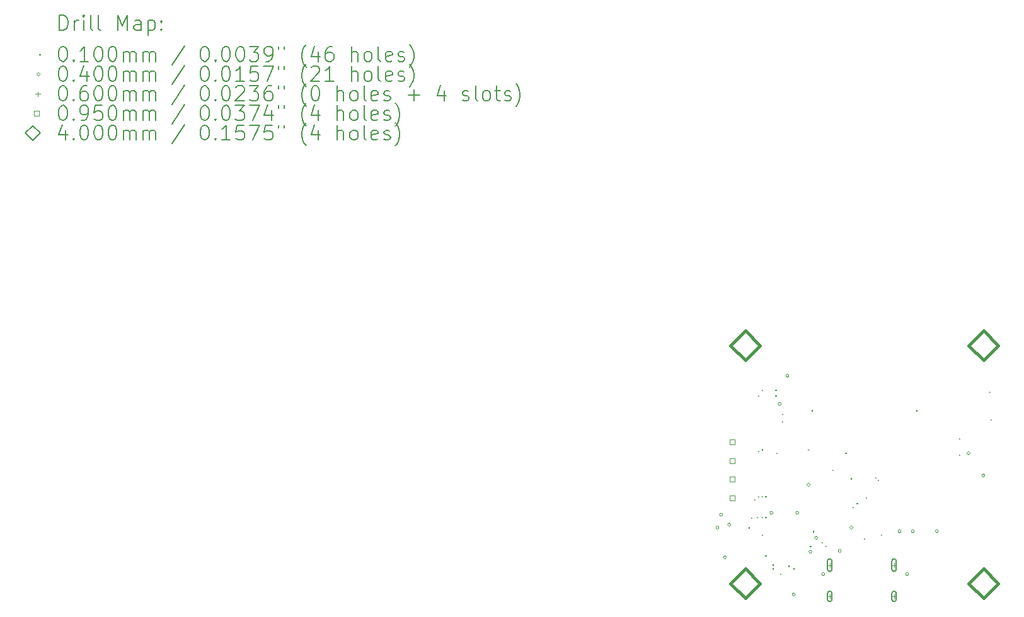
<source format=gbr>
%TF.GenerationSoftware,KiCad,Pcbnew,7.0.6*%
%TF.CreationDate,2025-04-22T09:09:19+02:00*%
%TF.ProjectId,Stepper ESPother3v3reg,53746570-7065-4722-9045-53506f746865,rev?*%
%TF.SameCoordinates,Original*%
%TF.FileFunction,Drillmap*%
%TF.FilePolarity,Positive*%
%FSLAX45Y45*%
G04 Gerber Fmt 4.5, Leading zero omitted, Abs format (unit mm)*
G04 Created by KiCad (PCBNEW 7.0.6) date 2025-04-22 09:09:19*
%MOMM*%
%LPD*%
G01*
G04 APERTURE LIST*
%ADD10C,0.200000*%
%ADD11C,0.010000*%
%ADD12C,0.040000*%
%ADD13C,0.060000*%
%ADD14C,0.095000*%
%ADD15C,0.400000*%
G04 APERTURE END LIST*
D10*
D11*
X9520000Y-6995000D02*
X9530000Y-7005000D01*
X9530000Y-6995000D02*
X9520000Y-7005000D01*
X9553552Y-6861448D02*
X9563552Y-6871448D01*
X9563552Y-6861448D02*
X9553552Y-6871448D01*
X9595000Y-6620000D02*
X9605000Y-6630000D01*
X9605000Y-6620000D02*
X9595000Y-6630000D01*
X9627937Y-6854909D02*
X9637937Y-6864909D01*
X9637937Y-6854909D02*
X9627937Y-6864909D01*
X9645000Y-5220000D02*
X9655000Y-5230000D01*
X9655000Y-5220000D02*
X9645000Y-5230000D01*
X9645000Y-5970000D02*
X9655000Y-5980000D01*
X9655000Y-5970000D02*
X9645000Y-5980000D01*
X9645000Y-6574950D02*
X9655000Y-6584950D01*
X9655000Y-6574950D02*
X9645000Y-6584950D01*
X9695000Y-5145000D02*
X9705000Y-5155000D01*
X9705000Y-5145000D02*
X9695000Y-5155000D01*
X9695000Y-5945000D02*
X9705000Y-5955000D01*
X9705000Y-5945000D02*
X9695000Y-5955000D01*
X9695000Y-6574950D02*
X9705000Y-6584950D01*
X9705000Y-6574950D02*
X9695000Y-6584950D01*
X9695000Y-6854950D02*
X9705000Y-6864950D01*
X9705000Y-6854950D02*
X9695000Y-6864950D01*
X9695000Y-7095000D02*
X9705000Y-7105000D01*
X9705000Y-7095000D02*
X9695000Y-7105000D01*
X9745000Y-6574950D02*
X9755000Y-6584950D01*
X9755000Y-6574950D02*
X9745000Y-6584950D01*
X9745000Y-6854950D02*
X9755000Y-6864950D01*
X9755000Y-6854950D02*
X9745000Y-6864950D01*
X9745000Y-7370000D02*
X9755000Y-7380000D01*
X9755000Y-7370000D02*
X9745000Y-7380000D01*
X9845000Y-7495000D02*
X9855000Y-7505000D01*
X9855000Y-7495000D02*
X9845000Y-7505000D01*
X9845000Y-7545000D02*
X9855000Y-7555000D01*
X9855000Y-7545000D02*
X9845000Y-7555000D01*
X9879901Y-5145000D02*
X9889901Y-5155000D01*
X9889901Y-5145000D02*
X9879901Y-5155000D01*
X9879950Y-5220000D02*
X9889950Y-5230000D01*
X9889950Y-5220000D02*
X9879950Y-5230000D01*
X9895000Y-5995000D02*
X9905000Y-6005000D01*
X9905000Y-5995000D02*
X9895000Y-6005000D01*
X9945000Y-7620000D02*
X9955000Y-7630000D01*
X9955000Y-7620000D02*
X9945000Y-7630000D01*
X9970000Y-5470000D02*
X9980000Y-5480000D01*
X9980000Y-5470000D02*
X9970000Y-5480000D01*
X9970000Y-5570000D02*
X9980000Y-5580000D01*
X9980000Y-5570000D02*
X9970000Y-5580000D01*
X10053552Y-7511448D02*
X10063552Y-7521448D01*
X10063552Y-7511448D02*
X10053552Y-7521448D01*
X10120000Y-7545000D02*
X10130000Y-7555000D01*
X10130000Y-7545000D02*
X10120000Y-7555000D01*
X10320000Y-5945000D02*
X10330000Y-5955000D01*
X10330000Y-5945000D02*
X10320000Y-5955000D01*
X10345000Y-7245000D02*
X10355000Y-7255000D01*
X10355000Y-7245000D02*
X10345000Y-7255000D01*
X10370000Y-5420000D02*
X10380000Y-5430000D01*
X10380000Y-5420000D02*
X10370000Y-5430000D01*
X10380403Y-7045808D02*
X10390403Y-7055808D01*
X10390403Y-7045808D02*
X10380403Y-7055808D01*
X10504950Y-7195000D02*
X10514950Y-7205000D01*
X10514950Y-7195000D02*
X10504950Y-7205000D01*
X10552400Y-7245000D02*
X10562400Y-7255000D01*
X10562400Y-7245000D02*
X10552400Y-7255000D01*
X10645000Y-6220000D02*
X10655000Y-6230000D01*
X10655000Y-6220000D02*
X10645000Y-6230000D01*
X10820000Y-5992450D02*
X10830000Y-6002450D01*
X10830000Y-5992450D02*
X10820000Y-6002450D01*
X10895000Y-6334325D02*
X10905000Y-6344325D01*
X10905000Y-6334325D02*
X10895000Y-6344325D01*
X10920000Y-6720000D02*
X10930000Y-6730000D01*
X10930000Y-6720000D02*
X10920000Y-6730000D01*
X10972450Y-6670000D02*
X10982450Y-6680000D01*
X10982450Y-6670000D02*
X10972450Y-6680000D01*
X11070000Y-7145000D02*
X11080000Y-7155000D01*
X11080000Y-7145000D02*
X11070000Y-7155000D01*
X11095050Y-6595000D02*
X11105050Y-6605000D01*
X11105050Y-6595000D02*
X11095050Y-6605000D01*
X11220000Y-6320000D02*
X11230000Y-6330000D01*
X11230000Y-6320000D02*
X11220000Y-6330000D01*
X11255320Y-6355320D02*
X11265320Y-6365320D01*
X11265320Y-6355320D02*
X11255320Y-6365320D01*
X11295000Y-7095000D02*
X11305000Y-7105000D01*
X11305000Y-7095000D02*
X11295000Y-7105000D01*
X11770000Y-5420000D02*
X11780000Y-5430000D01*
X11780000Y-5420000D02*
X11770000Y-5430000D01*
X12345000Y-5795000D02*
X12355000Y-5805000D01*
X12355000Y-5795000D02*
X12345000Y-5805000D01*
X12345000Y-6020000D02*
X12355000Y-6030000D01*
X12355000Y-6020000D02*
X12345000Y-6030000D01*
X12755000Y-5170000D02*
X12765000Y-5180000D01*
X12765000Y-5170000D02*
X12755000Y-5180000D01*
X12770000Y-5545000D02*
X12780000Y-5555000D01*
X12780000Y-5545000D02*
X12770000Y-5555000D01*
D12*
X9120000Y-7000000D02*
G75*
G03*
X9120000Y-7000000I-20000J0D01*
G01*
X9170000Y-6825000D02*
G75*
G03*
X9170000Y-6825000I-20000J0D01*
G01*
X9220000Y-7400000D02*
G75*
G03*
X9220000Y-7400000I-20000J0D01*
G01*
X9280069Y-6960069D02*
G75*
G03*
X9280069Y-6960069I-20000J0D01*
G01*
X9847550Y-6800000D02*
G75*
G03*
X9847550Y-6800000I-20000J0D01*
G01*
X9957500Y-5337500D02*
G75*
G03*
X9957500Y-5337500I-20000J0D01*
G01*
X10061179Y-4958927D02*
G75*
G03*
X10061179Y-4958927I-20000J0D01*
G01*
X10145000Y-7900000D02*
G75*
G03*
X10145000Y-7900000I-20000J0D01*
G01*
X10195000Y-6800000D02*
G75*
G03*
X10195000Y-6800000I-20000J0D01*
G01*
X10345000Y-6425000D02*
G75*
G03*
X10345000Y-6425000I-20000J0D01*
G01*
X10370000Y-7324950D02*
G75*
G03*
X10370000Y-7324950I-20000J0D01*
G01*
X10447734Y-7137266D02*
G75*
G03*
X10447734Y-7137266I-20000J0D01*
G01*
X10545000Y-7625000D02*
G75*
G03*
X10545000Y-7625000I-20000J0D01*
G01*
X10765914Y-7313950D02*
G75*
G03*
X10765914Y-7313950I-20000J0D01*
G01*
X10920000Y-7000000D02*
G75*
G03*
X10920000Y-7000000I-20000J0D01*
G01*
X11570000Y-7050000D02*
G75*
G03*
X11570000Y-7050000I-20000J0D01*
G01*
X11670000Y-7625000D02*
G75*
G03*
X11670000Y-7625000I-20000J0D01*
G01*
X11745050Y-7050000D02*
G75*
G03*
X11745050Y-7050000I-20000J0D01*
G01*
X12070000Y-7050000D02*
G75*
G03*
X12070000Y-7050000I-20000J0D01*
G01*
X12495000Y-6000000D02*
G75*
G03*
X12495000Y-6000000I-20000J0D01*
G01*
X12695000Y-6300000D02*
G75*
G03*
X12695000Y-6300000I-20000J0D01*
G01*
D13*
X10611000Y-7475000D02*
X10611000Y-7535000D01*
X10581000Y-7505000D02*
X10641000Y-7505000D01*
D10*
X10581000Y-7450000D02*
X10581000Y-7560000D01*
X10581000Y-7560000D02*
G75*
G03*
X10641000Y-7560000I30000J0D01*
G01*
X10641000Y-7560000D02*
X10641000Y-7450000D01*
X10641000Y-7450000D02*
G75*
G03*
X10581000Y-7450000I-30000J0D01*
G01*
D13*
X10611000Y-7895000D02*
X10611000Y-7955000D01*
X10581000Y-7925000D02*
X10641000Y-7925000D01*
D10*
X10581000Y-7885000D02*
X10581000Y-7965000D01*
X10581000Y-7965000D02*
G75*
G03*
X10641000Y-7965000I30000J0D01*
G01*
X10641000Y-7965000D02*
X10641000Y-7885000D01*
X10641000Y-7885000D02*
G75*
G03*
X10581000Y-7885000I-30000J0D01*
G01*
D13*
X11475000Y-7475000D02*
X11475000Y-7535000D01*
X11445000Y-7505000D02*
X11505000Y-7505000D01*
D10*
X11445000Y-7450000D02*
X11445000Y-7560000D01*
X11445000Y-7560000D02*
G75*
G03*
X11505000Y-7560000I30000J0D01*
G01*
X11505000Y-7560000D02*
X11505000Y-7450000D01*
X11505000Y-7450000D02*
G75*
G03*
X11445000Y-7450000I-30000J0D01*
G01*
D13*
X11475000Y-7895000D02*
X11475000Y-7955000D01*
X11445000Y-7925000D02*
X11505000Y-7925000D01*
D10*
X11445000Y-7885000D02*
X11445000Y-7965000D01*
X11445000Y-7965000D02*
G75*
G03*
X11505000Y-7965000I30000J0D01*
G01*
X11505000Y-7965000D02*
X11505000Y-7885000D01*
X11505000Y-7885000D02*
G75*
G03*
X11445000Y-7885000I-30000J0D01*
G01*
D14*
X9333588Y-5883588D02*
X9333588Y-5816412D01*
X9266412Y-5816412D01*
X9266412Y-5883588D01*
X9333588Y-5883588D01*
X9333588Y-6133588D02*
X9333588Y-6066412D01*
X9266412Y-6066412D01*
X9266412Y-6133588D01*
X9333588Y-6133588D01*
X9333588Y-6383588D02*
X9333588Y-6316412D01*
X9266412Y-6316412D01*
X9266412Y-6383588D01*
X9333588Y-6383588D01*
X9333588Y-6633588D02*
X9333588Y-6566412D01*
X9266412Y-6566412D01*
X9266412Y-6633588D01*
X9333588Y-6633588D01*
D15*
X9475000Y-4750000D02*
X9675000Y-4550000D01*
X9475000Y-4350000D01*
X9275000Y-4550000D01*
X9475000Y-4750000D01*
X9475000Y-7950000D02*
X9675000Y-7750000D01*
X9475000Y-7550000D01*
X9275000Y-7750000D01*
X9475000Y-7950000D01*
X12675000Y-4750000D02*
X12875000Y-4550000D01*
X12675000Y-4350000D01*
X12475000Y-4550000D01*
X12675000Y-4750000D01*
X12675000Y-7950000D02*
X12875000Y-7750000D01*
X12675000Y-7550000D01*
X12475000Y-7750000D01*
X12675000Y-7950000D01*
D10*
X260777Y-311484D02*
X260777Y-111484D01*
X260777Y-111484D02*
X308396Y-111484D01*
X308396Y-111484D02*
X336967Y-121008D01*
X336967Y-121008D02*
X356015Y-140055D01*
X356015Y-140055D02*
X365539Y-159103D01*
X365539Y-159103D02*
X375062Y-197198D01*
X375062Y-197198D02*
X375062Y-225769D01*
X375062Y-225769D02*
X365539Y-263865D01*
X365539Y-263865D02*
X356015Y-282912D01*
X356015Y-282912D02*
X336967Y-301960D01*
X336967Y-301960D02*
X308396Y-311484D01*
X308396Y-311484D02*
X260777Y-311484D01*
X460777Y-311484D02*
X460777Y-178150D01*
X460777Y-216246D02*
X470301Y-197198D01*
X470301Y-197198D02*
X479824Y-187674D01*
X479824Y-187674D02*
X498872Y-178150D01*
X498872Y-178150D02*
X517920Y-178150D01*
X584586Y-311484D02*
X584586Y-178150D01*
X584586Y-111484D02*
X575063Y-121008D01*
X575063Y-121008D02*
X584586Y-130531D01*
X584586Y-130531D02*
X594110Y-121008D01*
X594110Y-121008D02*
X584586Y-111484D01*
X584586Y-111484D02*
X584586Y-130531D01*
X708396Y-311484D02*
X689348Y-301960D01*
X689348Y-301960D02*
X679824Y-282912D01*
X679824Y-282912D02*
X679824Y-111484D01*
X813158Y-311484D02*
X794110Y-301960D01*
X794110Y-301960D02*
X784586Y-282912D01*
X784586Y-282912D02*
X784586Y-111484D01*
X1041729Y-311484D02*
X1041729Y-111484D01*
X1041729Y-111484D02*
X1108396Y-254341D01*
X1108396Y-254341D02*
X1175063Y-111484D01*
X1175063Y-111484D02*
X1175063Y-311484D01*
X1356015Y-311484D02*
X1356015Y-206722D01*
X1356015Y-206722D02*
X1346491Y-187674D01*
X1346491Y-187674D02*
X1327444Y-178150D01*
X1327444Y-178150D02*
X1289348Y-178150D01*
X1289348Y-178150D02*
X1270301Y-187674D01*
X1356015Y-301960D02*
X1336967Y-311484D01*
X1336967Y-311484D02*
X1289348Y-311484D01*
X1289348Y-311484D02*
X1270301Y-301960D01*
X1270301Y-301960D02*
X1260777Y-282912D01*
X1260777Y-282912D02*
X1260777Y-263865D01*
X1260777Y-263865D02*
X1270301Y-244817D01*
X1270301Y-244817D02*
X1289348Y-235293D01*
X1289348Y-235293D02*
X1336967Y-235293D01*
X1336967Y-235293D02*
X1356015Y-225769D01*
X1451253Y-178150D02*
X1451253Y-378150D01*
X1451253Y-187674D02*
X1470301Y-178150D01*
X1470301Y-178150D02*
X1508396Y-178150D01*
X1508396Y-178150D02*
X1527443Y-187674D01*
X1527443Y-187674D02*
X1536967Y-197198D01*
X1536967Y-197198D02*
X1546491Y-216246D01*
X1546491Y-216246D02*
X1546491Y-273389D01*
X1546491Y-273389D02*
X1536967Y-292436D01*
X1536967Y-292436D02*
X1527443Y-301960D01*
X1527443Y-301960D02*
X1508396Y-311484D01*
X1508396Y-311484D02*
X1470301Y-311484D01*
X1470301Y-311484D02*
X1451253Y-301960D01*
X1632205Y-292436D02*
X1641729Y-301960D01*
X1641729Y-301960D02*
X1632205Y-311484D01*
X1632205Y-311484D02*
X1622682Y-301960D01*
X1622682Y-301960D02*
X1632205Y-292436D01*
X1632205Y-292436D02*
X1632205Y-311484D01*
X1632205Y-187674D02*
X1641729Y-197198D01*
X1641729Y-197198D02*
X1632205Y-206722D01*
X1632205Y-206722D02*
X1622682Y-197198D01*
X1622682Y-197198D02*
X1632205Y-187674D01*
X1632205Y-187674D02*
X1632205Y-206722D01*
D11*
X-10000Y-635000D02*
X0Y-645000D01*
X0Y-635000D02*
X-10000Y-645000D01*
D10*
X298872Y-531484D02*
X317920Y-531484D01*
X317920Y-531484D02*
X336967Y-541008D01*
X336967Y-541008D02*
X346491Y-550531D01*
X346491Y-550531D02*
X356015Y-569579D01*
X356015Y-569579D02*
X365539Y-607674D01*
X365539Y-607674D02*
X365539Y-655293D01*
X365539Y-655293D02*
X356015Y-693389D01*
X356015Y-693389D02*
X346491Y-712436D01*
X346491Y-712436D02*
X336967Y-721960D01*
X336967Y-721960D02*
X317920Y-731484D01*
X317920Y-731484D02*
X298872Y-731484D01*
X298872Y-731484D02*
X279824Y-721960D01*
X279824Y-721960D02*
X270301Y-712436D01*
X270301Y-712436D02*
X260777Y-693389D01*
X260777Y-693389D02*
X251253Y-655293D01*
X251253Y-655293D02*
X251253Y-607674D01*
X251253Y-607674D02*
X260777Y-569579D01*
X260777Y-569579D02*
X270301Y-550531D01*
X270301Y-550531D02*
X279824Y-541008D01*
X279824Y-541008D02*
X298872Y-531484D01*
X451253Y-712436D02*
X460777Y-721960D01*
X460777Y-721960D02*
X451253Y-731484D01*
X451253Y-731484D02*
X441729Y-721960D01*
X441729Y-721960D02*
X451253Y-712436D01*
X451253Y-712436D02*
X451253Y-731484D01*
X651253Y-731484D02*
X536967Y-731484D01*
X594110Y-731484D02*
X594110Y-531484D01*
X594110Y-531484D02*
X575063Y-560055D01*
X575063Y-560055D02*
X556015Y-579103D01*
X556015Y-579103D02*
X536967Y-588627D01*
X775062Y-531484D02*
X794110Y-531484D01*
X794110Y-531484D02*
X813158Y-541008D01*
X813158Y-541008D02*
X822682Y-550531D01*
X822682Y-550531D02*
X832205Y-569579D01*
X832205Y-569579D02*
X841729Y-607674D01*
X841729Y-607674D02*
X841729Y-655293D01*
X841729Y-655293D02*
X832205Y-693389D01*
X832205Y-693389D02*
X822682Y-712436D01*
X822682Y-712436D02*
X813158Y-721960D01*
X813158Y-721960D02*
X794110Y-731484D01*
X794110Y-731484D02*
X775062Y-731484D01*
X775062Y-731484D02*
X756015Y-721960D01*
X756015Y-721960D02*
X746491Y-712436D01*
X746491Y-712436D02*
X736967Y-693389D01*
X736967Y-693389D02*
X727443Y-655293D01*
X727443Y-655293D02*
X727443Y-607674D01*
X727443Y-607674D02*
X736967Y-569579D01*
X736967Y-569579D02*
X746491Y-550531D01*
X746491Y-550531D02*
X756015Y-541008D01*
X756015Y-541008D02*
X775062Y-531484D01*
X965539Y-531484D02*
X984586Y-531484D01*
X984586Y-531484D02*
X1003634Y-541008D01*
X1003634Y-541008D02*
X1013158Y-550531D01*
X1013158Y-550531D02*
X1022682Y-569579D01*
X1022682Y-569579D02*
X1032205Y-607674D01*
X1032205Y-607674D02*
X1032205Y-655293D01*
X1032205Y-655293D02*
X1022682Y-693389D01*
X1022682Y-693389D02*
X1013158Y-712436D01*
X1013158Y-712436D02*
X1003634Y-721960D01*
X1003634Y-721960D02*
X984586Y-731484D01*
X984586Y-731484D02*
X965539Y-731484D01*
X965539Y-731484D02*
X946491Y-721960D01*
X946491Y-721960D02*
X936967Y-712436D01*
X936967Y-712436D02*
X927443Y-693389D01*
X927443Y-693389D02*
X917920Y-655293D01*
X917920Y-655293D02*
X917920Y-607674D01*
X917920Y-607674D02*
X927443Y-569579D01*
X927443Y-569579D02*
X936967Y-550531D01*
X936967Y-550531D02*
X946491Y-541008D01*
X946491Y-541008D02*
X965539Y-531484D01*
X1117920Y-731484D02*
X1117920Y-598150D01*
X1117920Y-617198D02*
X1127444Y-607674D01*
X1127444Y-607674D02*
X1146491Y-598150D01*
X1146491Y-598150D02*
X1175063Y-598150D01*
X1175063Y-598150D02*
X1194110Y-607674D01*
X1194110Y-607674D02*
X1203634Y-626722D01*
X1203634Y-626722D02*
X1203634Y-731484D01*
X1203634Y-626722D02*
X1213158Y-607674D01*
X1213158Y-607674D02*
X1232205Y-598150D01*
X1232205Y-598150D02*
X1260777Y-598150D01*
X1260777Y-598150D02*
X1279825Y-607674D01*
X1279825Y-607674D02*
X1289348Y-626722D01*
X1289348Y-626722D02*
X1289348Y-731484D01*
X1384586Y-731484D02*
X1384586Y-598150D01*
X1384586Y-617198D02*
X1394110Y-607674D01*
X1394110Y-607674D02*
X1413158Y-598150D01*
X1413158Y-598150D02*
X1441729Y-598150D01*
X1441729Y-598150D02*
X1460777Y-607674D01*
X1460777Y-607674D02*
X1470301Y-626722D01*
X1470301Y-626722D02*
X1470301Y-731484D01*
X1470301Y-626722D02*
X1479824Y-607674D01*
X1479824Y-607674D02*
X1498872Y-598150D01*
X1498872Y-598150D02*
X1527443Y-598150D01*
X1527443Y-598150D02*
X1546491Y-607674D01*
X1546491Y-607674D02*
X1556015Y-626722D01*
X1556015Y-626722D02*
X1556015Y-731484D01*
X1946491Y-521960D02*
X1775063Y-779103D01*
X2203634Y-531484D02*
X2222682Y-531484D01*
X2222682Y-531484D02*
X2241729Y-541008D01*
X2241729Y-541008D02*
X2251253Y-550531D01*
X2251253Y-550531D02*
X2260777Y-569579D01*
X2260777Y-569579D02*
X2270301Y-607674D01*
X2270301Y-607674D02*
X2270301Y-655293D01*
X2270301Y-655293D02*
X2260777Y-693389D01*
X2260777Y-693389D02*
X2251253Y-712436D01*
X2251253Y-712436D02*
X2241729Y-721960D01*
X2241729Y-721960D02*
X2222682Y-731484D01*
X2222682Y-731484D02*
X2203634Y-731484D01*
X2203634Y-731484D02*
X2184587Y-721960D01*
X2184587Y-721960D02*
X2175063Y-712436D01*
X2175063Y-712436D02*
X2165539Y-693389D01*
X2165539Y-693389D02*
X2156015Y-655293D01*
X2156015Y-655293D02*
X2156015Y-607674D01*
X2156015Y-607674D02*
X2165539Y-569579D01*
X2165539Y-569579D02*
X2175063Y-550531D01*
X2175063Y-550531D02*
X2184587Y-541008D01*
X2184587Y-541008D02*
X2203634Y-531484D01*
X2356015Y-712436D02*
X2365539Y-721960D01*
X2365539Y-721960D02*
X2356015Y-731484D01*
X2356015Y-731484D02*
X2346491Y-721960D01*
X2346491Y-721960D02*
X2356015Y-712436D01*
X2356015Y-712436D02*
X2356015Y-731484D01*
X2489348Y-531484D02*
X2508396Y-531484D01*
X2508396Y-531484D02*
X2527444Y-541008D01*
X2527444Y-541008D02*
X2536968Y-550531D01*
X2536968Y-550531D02*
X2546491Y-569579D01*
X2546491Y-569579D02*
X2556015Y-607674D01*
X2556015Y-607674D02*
X2556015Y-655293D01*
X2556015Y-655293D02*
X2546491Y-693389D01*
X2546491Y-693389D02*
X2536968Y-712436D01*
X2536968Y-712436D02*
X2527444Y-721960D01*
X2527444Y-721960D02*
X2508396Y-731484D01*
X2508396Y-731484D02*
X2489348Y-731484D01*
X2489348Y-731484D02*
X2470301Y-721960D01*
X2470301Y-721960D02*
X2460777Y-712436D01*
X2460777Y-712436D02*
X2451253Y-693389D01*
X2451253Y-693389D02*
X2441729Y-655293D01*
X2441729Y-655293D02*
X2441729Y-607674D01*
X2441729Y-607674D02*
X2451253Y-569579D01*
X2451253Y-569579D02*
X2460777Y-550531D01*
X2460777Y-550531D02*
X2470301Y-541008D01*
X2470301Y-541008D02*
X2489348Y-531484D01*
X2679825Y-531484D02*
X2698872Y-531484D01*
X2698872Y-531484D02*
X2717920Y-541008D01*
X2717920Y-541008D02*
X2727444Y-550531D01*
X2727444Y-550531D02*
X2736968Y-569579D01*
X2736968Y-569579D02*
X2746491Y-607674D01*
X2746491Y-607674D02*
X2746491Y-655293D01*
X2746491Y-655293D02*
X2736968Y-693389D01*
X2736968Y-693389D02*
X2727444Y-712436D01*
X2727444Y-712436D02*
X2717920Y-721960D01*
X2717920Y-721960D02*
X2698872Y-731484D01*
X2698872Y-731484D02*
X2679825Y-731484D01*
X2679825Y-731484D02*
X2660777Y-721960D01*
X2660777Y-721960D02*
X2651253Y-712436D01*
X2651253Y-712436D02*
X2641729Y-693389D01*
X2641729Y-693389D02*
X2632206Y-655293D01*
X2632206Y-655293D02*
X2632206Y-607674D01*
X2632206Y-607674D02*
X2641729Y-569579D01*
X2641729Y-569579D02*
X2651253Y-550531D01*
X2651253Y-550531D02*
X2660777Y-541008D01*
X2660777Y-541008D02*
X2679825Y-531484D01*
X2813158Y-531484D02*
X2936967Y-531484D01*
X2936967Y-531484D02*
X2870301Y-607674D01*
X2870301Y-607674D02*
X2898872Y-607674D01*
X2898872Y-607674D02*
X2917920Y-617198D01*
X2917920Y-617198D02*
X2927444Y-626722D01*
X2927444Y-626722D02*
X2936967Y-645770D01*
X2936967Y-645770D02*
X2936967Y-693389D01*
X2936967Y-693389D02*
X2927444Y-712436D01*
X2927444Y-712436D02*
X2917920Y-721960D01*
X2917920Y-721960D02*
X2898872Y-731484D01*
X2898872Y-731484D02*
X2841729Y-731484D01*
X2841729Y-731484D02*
X2822682Y-721960D01*
X2822682Y-721960D02*
X2813158Y-712436D01*
X3032206Y-731484D02*
X3070301Y-731484D01*
X3070301Y-731484D02*
X3089348Y-721960D01*
X3089348Y-721960D02*
X3098872Y-712436D01*
X3098872Y-712436D02*
X3117920Y-683865D01*
X3117920Y-683865D02*
X3127444Y-645770D01*
X3127444Y-645770D02*
X3127444Y-569579D01*
X3127444Y-569579D02*
X3117920Y-550531D01*
X3117920Y-550531D02*
X3108396Y-541008D01*
X3108396Y-541008D02*
X3089348Y-531484D01*
X3089348Y-531484D02*
X3051253Y-531484D01*
X3051253Y-531484D02*
X3032206Y-541008D01*
X3032206Y-541008D02*
X3022682Y-550531D01*
X3022682Y-550531D02*
X3013158Y-569579D01*
X3013158Y-569579D02*
X3013158Y-617198D01*
X3013158Y-617198D02*
X3022682Y-636246D01*
X3022682Y-636246D02*
X3032206Y-645770D01*
X3032206Y-645770D02*
X3051253Y-655293D01*
X3051253Y-655293D02*
X3089348Y-655293D01*
X3089348Y-655293D02*
X3108396Y-645770D01*
X3108396Y-645770D02*
X3117920Y-636246D01*
X3117920Y-636246D02*
X3127444Y-617198D01*
X3203634Y-531484D02*
X3203634Y-569579D01*
X3279825Y-531484D02*
X3279825Y-569579D01*
X3575063Y-807674D02*
X3565539Y-798150D01*
X3565539Y-798150D02*
X3546491Y-769579D01*
X3546491Y-769579D02*
X3536968Y-750531D01*
X3536968Y-750531D02*
X3527444Y-721960D01*
X3527444Y-721960D02*
X3517920Y-674341D01*
X3517920Y-674341D02*
X3517920Y-636246D01*
X3517920Y-636246D02*
X3527444Y-588627D01*
X3527444Y-588627D02*
X3536968Y-560055D01*
X3536968Y-560055D02*
X3546491Y-541008D01*
X3546491Y-541008D02*
X3565539Y-512436D01*
X3565539Y-512436D02*
X3575063Y-502912D01*
X3736968Y-598150D02*
X3736968Y-731484D01*
X3689348Y-521960D02*
X3641729Y-664817D01*
X3641729Y-664817D02*
X3765539Y-664817D01*
X3927444Y-531484D02*
X3889348Y-531484D01*
X3889348Y-531484D02*
X3870301Y-541008D01*
X3870301Y-541008D02*
X3860777Y-550531D01*
X3860777Y-550531D02*
X3841729Y-579103D01*
X3841729Y-579103D02*
X3832206Y-617198D01*
X3832206Y-617198D02*
X3832206Y-693389D01*
X3832206Y-693389D02*
X3841729Y-712436D01*
X3841729Y-712436D02*
X3851253Y-721960D01*
X3851253Y-721960D02*
X3870301Y-731484D01*
X3870301Y-731484D02*
X3908396Y-731484D01*
X3908396Y-731484D02*
X3927444Y-721960D01*
X3927444Y-721960D02*
X3936968Y-712436D01*
X3936968Y-712436D02*
X3946491Y-693389D01*
X3946491Y-693389D02*
X3946491Y-645770D01*
X3946491Y-645770D02*
X3936968Y-626722D01*
X3936968Y-626722D02*
X3927444Y-617198D01*
X3927444Y-617198D02*
X3908396Y-607674D01*
X3908396Y-607674D02*
X3870301Y-607674D01*
X3870301Y-607674D02*
X3851253Y-617198D01*
X3851253Y-617198D02*
X3841729Y-626722D01*
X3841729Y-626722D02*
X3832206Y-645770D01*
X4184587Y-731484D02*
X4184587Y-531484D01*
X4270301Y-731484D02*
X4270301Y-626722D01*
X4270301Y-626722D02*
X4260777Y-607674D01*
X4260777Y-607674D02*
X4241730Y-598150D01*
X4241730Y-598150D02*
X4213158Y-598150D01*
X4213158Y-598150D02*
X4194110Y-607674D01*
X4194110Y-607674D02*
X4184587Y-617198D01*
X4394111Y-731484D02*
X4375063Y-721960D01*
X4375063Y-721960D02*
X4365539Y-712436D01*
X4365539Y-712436D02*
X4356015Y-693389D01*
X4356015Y-693389D02*
X4356015Y-636246D01*
X4356015Y-636246D02*
X4365539Y-617198D01*
X4365539Y-617198D02*
X4375063Y-607674D01*
X4375063Y-607674D02*
X4394111Y-598150D01*
X4394111Y-598150D02*
X4422682Y-598150D01*
X4422682Y-598150D02*
X4441730Y-607674D01*
X4441730Y-607674D02*
X4451253Y-617198D01*
X4451253Y-617198D02*
X4460777Y-636246D01*
X4460777Y-636246D02*
X4460777Y-693389D01*
X4460777Y-693389D02*
X4451253Y-712436D01*
X4451253Y-712436D02*
X4441730Y-721960D01*
X4441730Y-721960D02*
X4422682Y-731484D01*
X4422682Y-731484D02*
X4394111Y-731484D01*
X4575063Y-731484D02*
X4556015Y-721960D01*
X4556015Y-721960D02*
X4546492Y-702912D01*
X4546492Y-702912D02*
X4546492Y-531484D01*
X4727444Y-721960D02*
X4708396Y-731484D01*
X4708396Y-731484D02*
X4670301Y-731484D01*
X4670301Y-731484D02*
X4651253Y-721960D01*
X4651253Y-721960D02*
X4641730Y-702912D01*
X4641730Y-702912D02*
X4641730Y-626722D01*
X4641730Y-626722D02*
X4651253Y-607674D01*
X4651253Y-607674D02*
X4670301Y-598150D01*
X4670301Y-598150D02*
X4708396Y-598150D01*
X4708396Y-598150D02*
X4727444Y-607674D01*
X4727444Y-607674D02*
X4736968Y-626722D01*
X4736968Y-626722D02*
X4736968Y-645770D01*
X4736968Y-645770D02*
X4641730Y-664817D01*
X4813158Y-721960D02*
X4832206Y-731484D01*
X4832206Y-731484D02*
X4870301Y-731484D01*
X4870301Y-731484D02*
X4889349Y-721960D01*
X4889349Y-721960D02*
X4898873Y-702912D01*
X4898873Y-702912D02*
X4898873Y-693389D01*
X4898873Y-693389D02*
X4889349Y-674341D01*
X4889349Y-674341D02*
X4870301Y-664817D01*
X4870301Y-664817D02*
X4841730Y-664817D01*
X4841730Y-664817D02*
X4822682Y-655293D01*
X4822682Y-655293D02*
X4813158Y-636246D01*
X4813158Y-636246D02*
X4813158Y-626722D01*
X4813158Y-626722D02*
X4822682Y-607674D01*
X4822682Y-607674D02*
X4841730Y-598150D01*
X4841730Y-598150D02*
X4870301Y-598150D01*
X4870301Y-598150D02*
X4889349Y-607674D01*
X4965539Y-807674D02*
X4975063Y-798150D01*
X4975063Y-798150D02*
X4994111Y-769579D01*
X4994111Y-769579D02*
X5003634Y-750531D01*
X5003634Y-750531D02*
X5013158Y-721960D01*
X5013158Y-721960D02*
X5022682Y-674341D01*
X5022682Y-674341D02*
X5022682Y-636246D01*
X5022682Y-636246D02*
X5013158Y-588627D01*
X5013158Y-588627D02*
X5003634Y-560055D01*
X5003634Y-560055D02*
X4994111Y-541008D01*
X4994111Y-541008D02*
X4975063Y-512436D01*
X4975063Y-512436D02*
X4965539Y-502912D01*
D12*
X0Y-904000D02*
G75*
G03*
X0Y-904000I-20000J0D01*
G01*
D10*
X298872Y-795484D02*
X317920Y-795484D01*
X317920Y-795484D02*
X336967Y-805008D01*
X336967Y-805008D02*
X346491Y-814531D01*
X346491Y-814531D02*
X356015Y-833579D01*
X356015Y-833579D02*
X365539Y-871674D01*
X365539Y-871674D02*
X365539Y-919293D01*
X365539Y-919293D02*
X356015Y-957388D01*
X356015Y-957388D02*
X346491Y-976436D01*
X346491Y-976436D02*
X336967Y-985960D01*
X336967Y-985960D02*
X317920Y-995484D01*
X317920Y-995484D02*
X298872Y-995484D01*
X298872Y-995484D02*
X279824Y-985960D01*
X279824Y-985960D02*
X270301Y-976436D01*
X270301Y-976436D02*
X260777Y-957388D01*
X260777Y-957388D02*
X251253Y-919293D01*
X251253Y-919293D02*
X251253Y-871674D01*
X251253Y-871674D02*
X260777Y-833579D01*
X260777Y-833579D02*
X270301Y-814531D01*
X270301Y-814531D02*
X279824Y-805008D01*
X279824Y-805008D02*
X298872Y-795484D01*
X451253Y-976436D02*
X460777Y-985960D01*
X460777Y-985960D02*
X451253Y-995484D01*
X451253Y-995484D02*
X441729Y-985960D01*
X441729Y-985960D02*
X451253Y-976436D01*
X451253Y-976436D02*
X451253Y-995484D01*
X632205Y-862150D02*
X632205Y-995484D01*
X584586Y-785960D02*
X536967Y-928817D01*
X536967Y-928817D02*
X660777Y-928817D01*
X775062Y-795484D02*
X794110Y-795484D01*
X794110Y-795484D02*
X813158Y-805008D01*
X813158Y-805008D02*
X822682Y-814531D01*
X822682Y-814531D02*
X832205Y-833579D01*
X832205Y-833579D02*
X841729Y-871674D01*
X841729Y-871674D02*
X841729Y-919293D01*
X841729Y-919293D02*
X832205Y-957388D01*
X832205Y-957388D02*
X822682Y-976436D01*
X822682Y-976436D02*
X813158Y-985960D01*
X813158Y-985960D02*
X794110Y-995484D01*
X794110Y-995484D02*
X775062Y-995484D01*
X775062Y-995484D02*
X756015Y-985960D01*
X756015Y-985960D02*
X746491Y-976436D01*
X746491Y-976436D02*
X736967Y-957388D01*
X736967Y-957388D02*
X727443Y-919293D01*
X727443Y-919293D02*
X727443Y-871674D01*
X727443Y-871674D02*
X736967Y-833579D01*
X736967Y-833579D02*
X746491Y-814531D01*
X746491Y-814531D02*
X756015Y-805008D01*
X756015Y-805008D02*
X775062Y-795484D01*
X965539Y-795484D02*
X984586Y-795484D01*
X984586Y-795484D02*
X1003634Y-805008D01*
X1003634Y-805008D02*
X1013158Y-814531D01*
X1013158Y-814531D02*
X1022682Y-833579D01*
X1022682Y-833579D02*
X1032205Y-871674D01*
X1032205Y-871674D02*
X1032205Y-919293D01*
X1032205Y-919293D02*
X1022682Y-957388D01*
X1022682Y-957388D02*
X1013158Y-976436D01*
X1013158Y-976436D02*
X1003634Y-985960D01*
X1003634Y-985960D02*
X984586Y-995484D01*
X984586Y-995484D02*
X965539Y-995484D01*
X965539Y-995484D02*
X946491Y-985960D01*
X946491Y-985960D02*
X936967Y-976436D01*
X936967Y-976436D02*
X927443Y-957388D01*
X927443Y-957388D02*
X917920Y-919293D01*
X917920Y-919293D02*
X917920Y-871674D01*
X917920Y-871674D02*
X927443Y-833579D01*
X927443Y-833579D02*
X936967Y-814531D01*
X936967Y-814531D02*
X946491Y-805008D01*
X946491Y-805008D02*
X965539Y-795484D01*
X1117920Y-995484D02*
X1117920Y-862150D01*
X1117920Y-881198D02*
X1127444Y-871674D01*
X1127444Y-871674D02*
X1146491Y-862150D01*
X1146491Y-862150D02*
X1175063Y-862150D01*
X1175063Y-862150D02*
X1194110Y-871674D01*
X1194110Y-871674D02*
X1203634Y-890722D01*
X1203634Y-890722D02*
X1203634Y-995484D01*
X1203634Y-890722D02*
X1213158Y-871674D01*
X1213158Y-871674D02*
X1232205Y-862150D01*
X1232205Y-862150D02*
X1260777Y-862150D01*
X1260777Y-862150D02*
X1279825Y-871674D01*
X1279825Y-871674D02*
X1289348Y-890722D01*
X1289348Y-890722D02*
X1289348Y-995484D01*
X1384586Y-995484D02*
X1384586Y-862150D01*
X1384586Y-881198D02*
X1394110Y-871674D01*
X1394110Y-871674D02*
X1413158Y-862150D01*
X1413158Y-862150D02*
X1441729Y-862150D01*
X1441729Y-862150D02*
X1460777Y-871674D01*
X1460777Y-871674D02*
X1470301Y-890722D01*
X1470301Y-890722D02*
X1470301Y-995484D01*
X1470301Y-890722D02*
X1479824Y-871674D01*
X1479824Y-871674D02*
X1498872Y-862150D01*
X1498872Y-862150D02*
X1527443Y-862150D01*
X1527443Y-862150D02*
X1546491Y-871674D01*
X1546491Y-871674D02*
X1556015Y-890722D01*
X1556015Y-890722D02*
X1556015Y-995484D01*
X1946491Y-785960D02*
X1775063Y-1043103D01*
X2203634Y-795484D02*
X2222682Y-795484D01*
X2222682Y-795484D02*
X2241729Y-805008D01*
X2241729Y-805008D02*
X2251253Y-814531D01*
X2251253Y-814531D02*
X2260777Y-833579D01*
X2260777Y-833579D02*
X2270301Y-871674D01*
X2270301Y-871674D02*
X2270301Y-919293D01*
X2270301Y-919293D02*
X2260777Y-957388D01*
X2260777Y-957388D02*
X2251253Y-976436D01*
X2251253Y-976436D02*
X2241729Y-985960D01*
X2241729Y-985960D02*
X2222682Y-995484D01*
X2222682Y-995484D02*
X2203634Y-995484D01*
X2203634Y-995484D02*
X2184587Y-985960D01*
X2184587Y-985960D02*
X2175063Y-976436D01*
X2175063Y-976436D02*
X2165539Y-957388D01*
X2165539Y-957388D02*
X2156015Y-919293D01*
X2156015Y-919293D02*
X2156015Y-871674D01*
X2156015Y-871674D02*
X2165539Y-833579D01*
X2165539Y-833579D02*
X2175063Y-814531D01*
X2175063Y-814531D02*
X2184587Y-805008D01*
X2184587Y-805008D02*
X2203634Y-795484D01*
X2356015Y-976436D02*
X2365539Y-985960D01*
X2365539Y-985960D02*
X2356015Y-995484D01*
X2356015Y-995484D02*
X2346491Y-985960D01*
X2346491Y-985960D02*
X2356015Y-976436D01*
X2356015Y-976436D02*
X2356015Y-995484D01*
X2489348Y-795484D02*
X2508396Y-795484D01*
X2508396Y-795484D02*
X2527444Y-805008D01*
X2527444Y-805008D02*
X2536968Y-814531D01*
X2536968Y-814531D02*
X2546491Y-833579D01*
X2546491Y-833579D02*
X2556015Y-871674D01*
X2556015Y-871674D02*
X2556015Y-919293D01*
X2556015Y-919293D02*
X2546491Y-957388D01*
X2546491Y-957388D02*
X2536968Y-976436D01*
X2536968Y-976436D02*
X2527444Y-985960D01*
X2527444Y-985960D02*
X2508396Y-995484D01*
X2508396Y-995484D02*
X2489348Y-995484D01*
X2489348Y-995484D02*
X2470301Y-985960D01*
X2470301Y-985960D02*
X2460777Y-976436D01*
X2460777Y-976436D02*
X2451253Y-957388D01*
X2451253Y-957388D02*
X2441729Y-919293D01*
X2441729Y-919293D02*
X2441729Y-871674D01*
X2441729Y-871674D02*
X2451253Y-833579D01*
X2451253Y-833579D02*
X2460777Y-814531D01*
X2460777Y-814531D02*
X2470301Y-805008D01*
X2470301Y-805008D02*
X2489348Y-795484D01*
X2746491Y-995484D02*
X2632206Y-995484D01*
X2689348Y-995484D02*
X2689348Y-795484D01*
X2689348Y-795484D02*
X2670301Y-824055D01*
X2670301Y-824055D02*
X2651253Y-843103D01*
X2651253Y-843103D02*
X2632206Y-852627D01*
X2927444Y-795484D02*
X2832206Y-795484D01*
X2832206Y-795484D02*
X2822682Y-890722D01*
X2822682Y-890722D02*
X2832206Y-881198D01*
X2832206Y-881198D02*
X2851253Y-871674D01*
X2851253Y-871674D02*
X2898872Y-871674D01*
X2898872Y-871674D02*
X2917920Y-881198D01*
X2917920Y-881198D02*
X2927444Y-890722D01*
X2927444Y-890722D02*
X2936967Y-909769D01*
X2936967Y-909769D02*
X2936967Y-957388D01*
X2936967Y-957388D02*
X2927444Y-976436D01*
X2927444Y-976436D02*
X2917920Y-985960D01*
X2917920Y-985960D02*
X2898872Y-995484D01*
X2898872Y-995484D02*
X2851253Y-995484D01*
X2851253Y-995484D02*
X2832206Y-985960D01*
X2832206Y-985960D02*
X2822682Y-976436D01*
X3003634Y-795484D02*
X3136967Y-795484D01*
X3136967Y-795484D02*
X3051253Y-995484D01*
X3203634Y-795484D02*
X3203634Y-833579D01*
X3279825Y-795484D02*
X3279825Y-833579D01*
X3575063Y-1071674D02*
X3565539Y-1062150D01*
X3565539Y-1062150D02*
X3546491Y-1033579D01*
X3546491Y-1033579D02*
X3536968Y-1014531D01*
X3536968Y-1014531D02*
X3527444Y-985960D01*
X3527444Y-985960D02*
X3517920Y-938341D01*
X3517920Y-938341D02*
X3517920Y-900246D01*
X3517920Y-900246D02*
X3527444Y-852627D01*
X3527444Y-852627D02*
X3536968Y-824055D01*
X3536968Y-824055D02*
X3546491Y-805008D01*
X3546491Y-805008D02*
X3565539Y-776436D01*
X3565539Y-776436D02*
X3575063Y-766912D01*
X3641729Y-814531D02*
X3651253Y-805008D01*
X3651253Y-805008D02*
X3670301Y-795484D01*
X3670301Y-795484D02*
X3717920Y-795484D01*
X3717920Y-795484D02*
X3736968Y-805008D01*
X3736968Y-805008D02*
X3746491Y-814531D01*
X3746491Y-814531D02*
X3756015Y-833579D01*
X3756015Y-833579D02*
X3756015Y-852627D01*
X3756015Y-852627D02*
X3746491Y-881198D01*
X3746491Y-881198D02*
X3632206Y-995484D01*
X3632206Y-995484D02*
X3756015Y-995484D01*
X3946491Y-995484D02*
X3832206Y-995484D01*
X3889348Y-995484D02*
X3889348Y-795484D01*
X3889348Y-795484D02*
X3870301Y-824055D01*
X3870301Y-824055D02*
X3851253Y-843103D01*
X3851253Y-843103D02*
X3832206Y-852627D01*
X4184587Y-995484D02*
X4184587Y-795484D01*
X4270301Y-995484D02*
X4270301Y-890722D01*
X4270301Y-890722D02*
X4260777Y-871674D01*
X4260777Y-871674D02*
X4241730Y-862150D01*
X4241730Y-862150D02*
X4213158Y-862150D01*
X4213158Y-862150D02*
X4194110Y-871674D01*
X4194110Y-871674D02*
X4184587Y-881198D01*
X4394111Y-995484D02*
X4375063Y-985960D01*
X4375063Y-985960D02*
X4365539Y-976436D01*
X4365539Y-976436D02*
X4356015Y-957388D01*
X4356015Y-957388D02*
X4356015Y-900246D01*
X4356015Y-900246D02*
X4365539Y-881198D01*
X4365539Y-881198D02*
X4375063Y-871674D01*
X4375063Y-871674D02*
X4394111Y-862150D01*
X4394111Y-862150D02*
X4422682Y-862150D01*
X4422682Y-862150D02*
X4441730Y-871674D01*
X4441730Y-871674D02*
X4451253Y-881198D01*
X4451253Y-881198D02*
X4460777Y-900246D01*
X4460777Y-900246D02*
X4460777Y-957388D01*
X4460777Y-957388D02*
X4451253Y-976436D01*
X4451253Y-976436D02*
X4441730Y-985960D01*
X4441730Y-985960D02*
X4422682Y-995484D01*
X4422682Y-995484D02*
X4394111Y-995484D01*
X4575063Y-995484D02*
X4556015Y-985960D01*
X4556015Y-985960D02*
X4546492Y-966912D01*
X4546492Y-966912D02*
X4546492Y-795484D01*
X4727444Y-985960D02*
X4708396Y-995484D01*
X4708396Y-995484D02*
X4670301Y-995484D01*
X4670301Y-995484D02*
X4651253Y-985960D01*
X4651253Y-985960D02*
X4641730Y-966912D01*
X4641730Y-966912D02*
X4641730Y-890722D01*
X4641730Y-890722D02*
X4651253Y-871674D01*
X4651253Y-871674D02*
X4670301Y-862150D01*
X4670301Y-862150D02*
X4708396Y-862150D01*
X4708396Y-862150D02*
X4727444Y-871674D01*
X4727444Y-871674D02*
X4736968Y-890722D01*
X4736968Y-890722D02*
X4736968Y-909769D01*
X4736968Y-909769D02*
X4641730Y-928817D01*
X4813158Y-985960D02*
X4832206Y-995484D01*
X4832206Y-995484D02*
X4870301Y-995484D01*
X4870301Y-995484D02*
X4889349Y-985960D01*
X4889349Y-985960D02*
X4898873Y-966912D01*
X4898873Y-966912D02*
X4898873Y-957388D01*
X4898873Y-957388D02*
X4889349Y-938341D01*
X4889349Y-938341D02*
X4870301Y-928817D01*
X4870301Y-928817D02*
X4841730Y-928817D01*
X4841730Y-928817D02*
X4822682Y-919293D01*
X4822682Y-919293D02*
X4813158Y-900246D01*
X4813158Y-900246D02*
X4813158Y-890722D01*
X4813158Y-890722D02*
X4822682Y-871674D01*
X4822682Y-871674D02*
X4841730Y-862150D01*
X4841730Y-862150D02*
X4870301Y-862150D01*
X4870301Y-862150D02*
X4889349Y-871674D01*
X4965539Y-1071674D02*
X4975063Y-1062150D01*
X4975063Y-1062150D02*
X4994111Y-1033579D01*
X4994111Y-1033579D02*
X5003634Y-1014531D01*
X5003634Y-1014531D02*
X5013158Y-985960D01*
X5013158Y-985960D02*
X5022682Y-938341D01*
X5022682Y-938341D02*
X5022682Y-900246D01*
X5022682Y-900246D02*
X5013158Y-852627D01*
X5013158Y-852627D02*
X5003634Y-824055D01*
X5003634Y-824055D02*
X4994111Y-805008D01*
X4994111Y-805008D02*
X4975063Y-776436D01*
X4975063Y-776436D02*
X4965539Y-766912D01*
D13*
X-30000Y-1138000D02*
X-30000Y-1198000D01*
X-60000Y-1168000D02*
X0Y-1168000D01*
D10*
X298872Y-1059484D02*
X317920Y-1059484D01*
X317920Y-1059484D02*
X336967Y-1069008D01*
X336967Y-1069008D02*
X346491Y-1078531D01*
X346491Y-1078531D02*
X356015Y-1097579D01*
X356015Y-1097579D02*
X365539Y-1135674D01*
X365539Y-1135674D02*
X365539Y-1183293D01*
X365539Y-1183293D02*
X356015Y-1221389D01*
X356015Y-1221389D02*
X346491Y-1240436D01*
X346491Y-1240436D02*
X336967Y-1249960D01*
X336967Y-1249960D02*
X317920Y-1259484D01*
X317920Y-1259484D02*
X298872Y-1259484D01*
X298872Y-1259484D02*
X279824Y-1249960D01*
X279824Y-1249960D02*
X270301Y-1240436D01*
X270301Y-1240436D02*
X260777Y-1221389D01*
X260777Y-1221389D02*
X251253Y-1183293D01*
X251253Y-1183293D02*
X251253Y-1135674D01*
X251253Y-1135674D02*
X260777Y-1097579D01*
X260777Y-1097579D02*
X270301Y-1078531D01*
X270301Y-1078531D02*
X279824Y-1069008D01*
X279824Y-1069008D02*
X298872Y-1059484D01*
X451253Y-1240436D02*
X460777Y-1249960D01*
X460777Y-1249960D02*
X451253Y-1259484D01*
X451253Y-1259484D02*
X441729Y-1249960D01*
X441729Y-1249960D02*
X451253Y-1240436D01*
X451253Y-1240436D02*
X451253Y-1259484D01*
X632205Y-1059484D02*
X594110Y-1059484D01*
X594110Y-1059484D02*
X575063Y-1069008D01*
X575063Y-1069008D02*
X565539Y-1078531D01*
X565539Y-1078531D02*
X546491Y-1107103D01*
X546491Y-1107103D02*
X536967Y-1145198D01*
X536967Y-1145198D02*
X536967Y-1221389D01*
X536967Y-1221389D02*
X546491Y-1240436D01*
X546491Y-1240436D02*
X556015Y-1249960D01*
X556015Y-1249960D02*
X575063Y-1259484D01*
X575063Y-1259484D02*
X613158Y-1259484D01*
X613158Y-1259484D02*
X632205Y-1249960D01*
X632205Y-1249960D02*
X641729Y-1240436D01*
X641729Y-1240436D02*
X651253Y-1221389D01*
X651253Y-1221389D02*
X651253Y-1173770D01*
X651253Y-1173770D02*
X641729Y-1154722D01*
X641729Y-1154722D02*
X632205Y-1145198D01*
X632205Y-1145198D02*
X613158Y-1135674D01*
X613158Y-1135674D02*
X575063Y-1135674D01*
X575063Y-1135674D02*
X556015Y-1145198D01*
X556015Y-1145198D02*
X546491Y-1154722D01*
X546491Y-1154722D02*
X536967Y-1173770D01*
X775062Y-1059484D02*
X794110Y-1059484D01*
X794110Y-1059484D02*
X813158Y-1069008D01*
X813158Y-1069008D02*
X822682Y-1078531D01*
X822682Y-1078531D02*
X832205Y-1097579D01*
X832205Y-1097579D02*
X841729Y-1135674D01*
X841729Y-1135674D02*
X841729Y-1183293D01*
X841729Y-1183293D02*
X832205Y-1221389D01*
X832205Y-1221389D02*
X822682Y-1240436D01*
X822682Y-1240436D02*
X813158Y-1249960D01*
X813158Y-1249960D02*
X794110Y-1259484D01*
X794110Y-1259484D02*
X775062Y-1259484D01*
X775062Y-1259484D02*
X756015Y-1249960D01*
X756015Y-1249960D02*
X746491Y-1240436D01*
X746491Y-1240436D02*
X736967Y-1221389D01*
X736967Y-1221389D02*
X727443Y-1183293D01*
X727443Y-1183293D02*
X727443Y-1135674D01*
X727443Y-1135674D02*
X736967Y-1097579D01*
X736967Y-1097579D02*
X746491Y-1078531D01*
X746491Y-1078531D02*
X756015Y-1069008D01*
X756015Y-1069008D02*
X775062Y-1059484D01*
X965539Y-1059484D02*
X984586Y-1059484D01*
X984586Y-1059484D02*
X1003634Y-1069008D01*
X1003634Y-1069008D02*
X1013158Y-1078531D01*
X1013158Y-1078531D02*
X1022682Y-1097579D01*
X1022682Y-1097579D02*
X1032205Y-1135674D01*
X1032205Y-1135674D02*
X1032205Y-1183293D01*
X1032205Y-1183293D02*
X1022682Y-1221389D01*
X1022682Y-1221389D02*
X1013158Y-1240436D01*
X1013158Y-1240436D02*
X1003634Y-1249960D01*
X1003634Y-1249960D02*
X984586Y-1259484D01*
X984586Y-1259484D02*
X965539Y-1259484D01*
X965539Y-1259484D02*
X946491Y-1249960D01*
X946491Y-1249960D02*
X936967Y-1240436D01*
X936967Y-1240436D02*
X927443Y-1221389D01*
X927443Y-1221389D02*
X917920Y-1183293D01*
X917920Y-1183293D02*
X917920Y-1135674D01*
X917920Y-1135674D02*
X927443Y-1097579D01*
X927443Y-1097579D02*
X936967Y-1078531D01*
X936967Y-1078531D02*
X946491Y-1069008D01*
X946491Y-1069008D02*
X965539Y-1059484D01*
X1117920Y-1259484D02*
X1117920Y-1126150D01*
X1117920Y-1145198D02*
X1127444Y-1135674D01*
X1127444Y-1135674D02*
X1146491Y-1126150D01*
X1146491Y-1126150D02*
X1175063Y-1126150D01*
X1175063Y-1126150D02*
X1194110Y-1135674D01*
X1194110Y-1135674D02*
X1203634Y-1154722D01*
X1203634Y-1154722D02*
X1203634Y-1259484D01*
X1203634Y-1154722D02*
X1213158Y-1135674D01*
X1213158Y-1135674D02*
X1232205Y-1126150D01*
X1232205Y-1126150D02*
X1260777Y-1126150D01*
X1260777Y-1126150D02*
X1279825Y-1135674D01*
X1279825Y-1135674D02*
X1289348Y-1154722D01*
X1289348Y-1154722D02*
X1289348Y-1259484D01*
X1384586Y-1259484D02*
X1384586Y-1126150D01*
X1384586Y-1145198D02*
X1394110Y-1135674D01*
X1394110Y-1135674D02*
X1413158Y-1126150D01*
X1413158Y-1126150D02*
X1441729Y-1126150D01*
X1441729Y-1126150D02*
X1460777Y-1135674D01*
X1460777Y-1135674D02*
X1470301Y-1154722D01*
X1470301Y-1154722D02*
X1470301Y-1259484D01*
X1470301Y-1154722D02*
X1479824Y-1135674D01*
X1479824Y-1135674D02*
X1498872Y-1126150D01*
X1498872Y-1126150D02*
X1527443Y-1126150D01*
X1527443Y-1126150D02*
X1546491Y-1135674D01*
X1546491Y-1135674D02*
X1556015Y-1154722D01*
X1556015Y-1154722D02*
X1556015Y-1259484D01*
X1946491Y-1049960D02*
X1775063Y-1307103D01*
X2203634Y-1059484D02*
X2222682Y-1059484D01*
X2222682Y-1059484D02*
X2241729Y-1069008D01*
X2241729Y-1069008D02*
X2251253Y-1078531D01*
X2251253Y-1078531D02*
X2260777Y-1097579D01*
X2260777Y-1097579D02*
X2270301Y-1135674D01*
X2270301Y-1135674D02*
X2270301Y-1183293D01*
X2270301Y-1183293D02*
X2260777Y-1221389D01*
X2260777Y-1221389D02*
X2251253Y-1240436D01*
X2251253Y-1240436D02*
X2241729Y-1249960D01*
X2241729Y-1249960D02*
X2222682Y-1259484D01*
X2222682Y-1259484D02*
X2203634Y-1259484D01*
X2203634Y-1259484D02*
X2184587Y-1249960D01*
X2184587Y-1249960D02*
X2175063Y-1240436D01*
X2175063Y-1240436D02*
X2165539Y-1221389D01*
X2165539Y-1221389D02*
X2156015Y-1183293D01*
X2156015Y-1183293D02*
X2156015Y-1135674D01*
X2156015Y-1135674D02*
X2165539Y-1097579D01*
X2165539Y-1097579D02*
X2175063Y-1078531D01*
X2175063Y-1078531D02*
X2184587Y-1069008D01*
X2184587Y-1069008D02*
X2203634Y-1059484D01*
X2356015Y-1240436D02*
X2365539Y-1249960D01*
X2365539Y-1249960D02*
X2356015Y-1259484D01*
X2356015Y-1259484D02*
X2346491Y-1249960D01*
X2346491Y-1249960D02*
X2356015Y-1240436D01*
X2356015Y-1240436D02*
X2356015Y-1259484D01*
X2489348Y-1059484D02*
X2508396Y-1059484D01*
X2508396Y-1059484D02*
X2527444Y-1069008D01*
X2527444Y-1069008D02*
X2536968Y-1078531D01*
X2536968Y-1078531D02*
X2546491Y-1097579D01*
X2546491Y-1097579D02*
X2556015Y-1135674D01*
X2556015Y-1135674D02*
X2556015Y-1183293D01*
X2556015Y-1183293D02*
X2546491Y-1221389D01*
X2546491Y-1221389D02*
X2536968Y-1240436D01*
X2536968Y-1240436D02*
X2527444Y-1249960D01*
X2527444Y-1249960D02*
X2508396Y-1259484D01*
X2508396Y-1259484D02*
X2489348Y-1259484D01*
X2489348Y-1259484D02*
X2470301Y-1249960D01*
X2470301Y-1249960D02*
X2460777Y-1240436D01*
X2460777Y-1240436D02*
X2451253Y-1221389D01*
X2451253Y-1221389D02*
X2441729Y-1183293D01*
X2441729Y-1183293D02*
X2441729Y-1135674D01*
X2441729Y-1135674D02*
X2451253Y-1097579D01*
X2451253Y-1097579D02*
X2460777Y-1078531D01*
X2460777Y-1078531D02*
X2470301Y-1069008D01*
X2470301Y-1069008D02*
X2489348Y-1059484D01*
X2632206Y-1078531D02*
X2641729Y-1069008D01*
X2641729Y-1069008D02*
X2660777Y-1059484D01*
X2660777Y-1059484D02*
X2708396Y-1059484D01*
X2708396Y-1059484D02*
X2727444Y-1069008D01*
X2727444Y-1069008D02*
X2736968Y-1078531D01*
X2736968Y-1078531D02*
X2746491Y-1097579D01*
X2746491Y-1097579D02*
X2746491Y-1116627D01*
X2746491Y-1116627D02*
X2736968Y-1145198D01*
X2736968Y-1145198D02*
X2622682Y-1259484D01*
X2622682Y-1259484D02*
X2746491Y-1259484D01*
X2813158Y-1059484D02*
X2936967Y-1059484D01*
X2936967Y-1059484D02*
X2870301Y-1135674D01*
X2870301Y-1135674D02*
X2898872Y-1135674D01*
X2898872Y-1135674D02*
X2917920Y-1145198D01*
X2917920Y-1145198D02*
X2927444Y-1154722D01*
X2927444Y-1154722D02*
X2936967Y-1173770D01*
X2936967Y-1173770D02*
X2936967Y-1221389D01*
X2936967Y-1221389D02*
X2927444Y-1240436D01*
X2927444Y-1240436D02*
X2917920Y-1249960D01*
X2917920Y-1249960D02*
X2898872Y-1259484D01*
X2898872Y-1259484D02*
X2841729Y-1259484D01*
X2841729Y-1259484D02*
X2822682Y-1249960D01*
X2822682Y-1249960D02*
X2813158Y-1240436D01*
X3108396Y-1059484D02*
X3070301Y-1059484D01*
X3070301Y-1059484D02*
X3051253Y-1069008D01*
X3051253Y-1069008D02*
X3041729Y-1078531D01*
X3041729Y-1078531D02*
X3022682Y-1107103D01*
X3022682Y-1107103D02*
X3013158Y-1145198D01*
X3013158Y-1145198D02*
X3013158Y-1221389D01*
X3013158Y-1221389D02*
X3022682Y-1240436D01*
X3022682Y-1240436D02*
X3032206Y-1249960D01*
X3032206Y-1249960D02*
X3051253Y-1259484D01*
X3051253Y-1259484D02*
X3089348Y-1259484D01*
X3089348Y-1259484D02*
X3108396Y-1249960D01*
X3108396Y-1249960D02*
X3117920Y-1240436D01*
X3117920Y-1240436D02*
X3127444Y-1221389D01*
X3127444Y-1221389D02*
X3127444Y-1173770D01*
X3127444Y-1173770D02*
X3117920Y-1154722D01*
X3117920Y-1154722D02*
X3108396Y-1145198D01*
X3108396Y-1145198D02*
X3089348Y-1135674D01*
X3089348Y-1135674D02*
X3051253Y-1135674D01*
X3051253Y-1135674D02*
X3032206Y-1145198D01*
X3032206Y-1145198D02*
X3022682Y-1154722D01*
X3022682Y-1154722D02*
X3013158Y-1173770D01*
X3203634Y-1059484D02*
X3203634Y-1097579D01*
X3279825Y-1059484D02*
X3279825Y-1097579D01*
X3575063Y-1335674D02*
X3565539Y-1326150D01*
X3565539Y-1326150D02*
X3546491Y-1297579D01*
X3546491Y-1297579D02*
X3536968Y-1278531D01*
X3536968Y-1278531D02*
X3527444Y-1249960D01*
X3527444Y-1249960D02*
X3517920Y-1202341D01*
X3517920Y-1202341D02*
X3517920Y-1164246D01*
X3517920Y-1164246D02*
X3527444Y-1116627D01*
X3527444Y-1116627D02*
X3536968Y-1088055D01*
X3536968Y-1088055D02*
X3546491Y-1069008D01*
X3546491Y-1069008D02*
X3565539Y-1040436D01*
X3565539Y-1040436D02*
X3575063Y-1030912D01*
X3689348Y-1059484D02*
X3708396Y-1059484D01*
X3708396Y-1059484D02*
X3727444Y-1069008D01*
X3727444Y-1069008D02*
X3736968Y-1078531D01*
X3736968Y-1078531D02*
X3746491Y-1097579D01*
X3746491Y-1097579D02*
X3756015Y-1135674D01*
X3756015Y-1135674D02*
X3756015Y-1183293D01*
X3756015Y-1183293D02*
X3746491Y-1221389D01*
X3746491Y-1221389D02*
X3736968Y-1240436D01*
X3736968Y-1240436D02*
X3727444Y-1249960D01*
X3727444Y-1249960D02*
X3708396Y-1259484D01*
X3708396Y-1259484D02*
X3689348Y-1259484D01*
X3689348Y-1259484D02*
X3670301Y-1249960D01*
X3670301Y-1249960D02*
X3660777Y-1240436D01*
X3660777Y-1240436D02*
X3651253Y-1221389D01*
X3651253Y-1221389D02*
X3641729Y-1183293D01*
X3641729Y-1183293D02*
X3641729Y-1135674D01*
X3641729Y-1135674D02*
X3651253Y-1097579D01*
X3651253Y-1097579D02*
X3660777Y-1078531D01*
X3660777Y-1078531D02*
X3670301Y-1069008D01*
X3670301Y-1069008D02*
X3689348Y-1059484D01*
X3994110Y-1259484D02*
X3994110Y-1059484D01*
X4079825Y-1259484D02*
X4079825Y-1154722D01*
X4079825Y-1154722D02*
X4070301Y-1135674D01*
X4070301Y-1135674D02*
X4051253Y-1126150D01*
X4051253Y-1126150D02*
X4022682Y-1126150D01*
X4022682Y-1126150D02*
X4003634Y-1135674D01*
X4003634Y-1135674D02*
X3994110Y-1145198D01*
X4203634Y-1259484D02*
X4184587Y-1249960D01*
X4184587Y-1249960D02*
X4175063Y-1240436D01*
X4175063Y-1240436D02*
X4165539Y-1221389D01*
X4165539Y-1221389D02*
X4165539Y-1164246D01*
X4165539Y-1164246D02*
X4175063Y-1145198D01*
X4175063Y-1145198D02*
X4184587Y-1135674D01*
X4184587Y-1135674D02*
X4203634Y-1126150D01*
X4203634Y-1126150D02*
X4232206Y-1126150D01*
X4232206Y-1126150D02*
X4251253Y-1135674D01*
X4251253Y-1135674D02*
X4260777Y-1145198D01*
X4260777Y-1145198D02*
X4270301Y-1164246D01*
X4270301Y-1164246D02*
X4270301Y-1221389D01*
X4270301Y-1221389D02*
X4260777Y-1240436D01*
X4260777Y-1240436D02*
X4251253Y-1249960D01*
X4251253Y-1249960D02*
X4232206Y-1259484D01*
X4232206Y-1259484D02*
X4203634Y-1259484D01*
X4384587Y-1259484D02*
X4365539Y-1249960D01*
X4365539Y-1249960D02*
X4356015Y-1230912D01*
X4356015Y-1230912D02*
X4356015Y-1059484D01*
X4536968Y-1249960D02*
X4517920Y-1259484D01*
X4517920Y-1259484D02*
X4479825Y-1259484D01*
X4479825Y-1259484D02*
X4460777Y-1249960D01*
X4460777Y-1249960D02*
X4451253Y-1230912D01*
X4451253Y-1230912D02*
X4451253Y-1154722D01*
X4451253Y-1154722D02*
X4460777Y-1135674D01*
X4460777Y-1135674D02*
X4479825Y-1126150D01*
X4479825Y-1126150D02*
X4517920Y-1126150D01*
X4517920Y-1126150D02*
X4536968Y-1135674D01*
X4536968Y-1135674D02*
X4546492Y-1154722D01*
X4546492Y-1154722D02*
X4546492Y-1173770D01*
X4546492Y-1173770D02*
X4451253Y-1192817D01*
X4622682Y-1249960D02*
X4641730Y-1259484D01*
X4641730Y-1259484D02*
X4679825Y-1259484D01*
X4679825Y-1259484D02*
X4698873Y-1249960D01*
X4698873Y-1249960D02*
X4708396Y-1230912D01*
X4708396Y-1230912D02*
X4708396Y-1221389D01*
X4708396Y-1221389D02*
X4698873Y-1202341D01*
X4698873Y-1202341D02*
X4679825Y-1192817D01*
X4679825Y-1192817D02*
X4651253Y-1192817D01*
X4651253Y-1192817D02*
X4632206Y-1183293D01*
X4632206Y-1183293D02*
X4622682Y-1164246D01*
X4622682Y-1164246D02*
X4622682Y-1154722D01*
X4622682Y-1154722D02*
X4632206Y-1135674D01*
X4632206Y-1135674D02*
X4651253Y-1126150D01*
X4651253Y-1126150D02*
X4679825Y-1126150D01*
X4679825Y-1126150D02*
X4698873Y-1135674D01*
X4946492Y-1183293D02*
X5098873Y-1183293D01*
X5022682Y-1259484D02*
X5022682Y-1107103D01*
X5432206Y-1126150D02*
X5432206Y-1259484D01*
X5384587Y-1049960D02*
X5336968Y-1192817D01*
X5336968Y-1192817D02*
X5460777Y-1192817D01*
X5679825Y-1249960D02*
X5698873Y-1259484D01*
X5698873Y-1259484D02*
X5736968Y-1259484D01*
X5736968Y-1259484D02*
X5756015Y-1249960D01*
X5756015Y-1249960D02*
X5765539Y-1230912D01*
X5765539Y-1230912D02*
X5765539Y-1221389D01*
X5765539Y-1221389D02*
X5756015Y-1202341D01*
X5756015Y-1202341D02*
X5736968Y-1192817D01*
X5736968Y-1192817D02*
X5708396Y-1192817D01*
X5708396Y-1192817D02*
X5689349Y-1183293D01*
X5689349Y-1183293D02*
X5679825Y-1164246D01*
X5679825Y-1164246D02*
X5679825Y-1154722D01*
X5679825Y-1154722D02*
X5689349Y-1135674D01*
X5689349Y-1135674D02*
X5708396Y-1126150D01*
X5708396Y-1126150D02*
X5736968Y-1126150D01*
X5736968Y-1126150D02*
X5756015Y-1135674D01*
X5879825Y-1259484D02*
X5860777Y-1249960D01*
X5860777Y-1249960D02*
X5851254Y-1230912D01*
X5851254Y-1230912D02*
X5851254Y-1059484D01*
X5984587Y-1259484D02*
X5965539Y-1249960D01*
X5965539Y-1249960D02*
X5956015Y-1240436D01*
X5956015Y-1240436D02*
X5946492Y-1221389D01*
X5946492Y-1221389D02*
X5946492Y-1164246D01*
X5946492Y-1164246D02*
X5956015Y-1145198D01*
X5956015Y-1145198D02*
X5965539Y-1135674D01*
X5965539Y-1135674D02*
X5984587Y-1126150D01*
X5984587Y-1126150D02*
X6013158Y-1126150D01*
X6013158Y-1126150D02*
X6032206Y-1135674D01*
X6032206Y-1135674D02*
X6041730Y-1145198D01*
X6041730Y-1145198D02*
X6051254Y-1164246D01*
X6051254Y-1164246D02*
X6051254Y-1221389D01*
X6051254Y-1221389D02*
X6041730Y-1240436D01*
X6041730Y-1240436D02*
X6032206Y-1249960D01*
X6032206Y-1249960D02*
X6013158Y-1259484D01*
X6013158Y-1259484D02*
X5984587Y-1259484D01*
X6108396Y-1126150D02*
X6184587Y-1126150D01*
X6136968Y-1059484D02*
X6136968Y-1230912D01*
X6136968Y-1230912D02*
X6146492Y-1249960D01*
X6146492Y-1249960D02*
X6165539Y-1259484D01*
X6165539Y-1259484D02*
X6184587Y-1259484D01*
X6241730Y-1249960D02*
X6260777Y-1259484D01*
X6260777Y-1259484D02*
X6298873Y-1259484D01*
X6298873Y-1259484D02*
X6317920Y-1249960D01*
X6317920Y-1249960D02*
X6327444Y-1230912D01*
X6327444Y-1230912D02*
X6327444Y-1221389D01*
X6327444Y-1221389D02*
X6317920Y-1202341D01*
X6317920Y-1202341D02*
X6298873Y-1192817D01*
X6298873Y-1192817D02*
X6270301Y-1192817D01*
X6270301Y-1192817D02*
X6251254Y-1183293D01*
X6251254Y-1183293D02*
X6241730Y-1164246D01*
X6241730Y-1164246D02*
X6241730Y-1154722D01*
X6241730Y-1154722D02*
X6251254Y-1135674D01*
X6251254Y-1135674D02*
X6270301Y-1126150D01*
X6270301Y-1126150D02*
X6298873Y-1126150D01*
X6298873Y-1126150D02*
X6317920Y-1135674D01*
X6394111Y-1335674D02*
X6403635Y-1326150D01*
X6403635Y-1326150D02*
X6422682Y-1297579D01*
X6422682Y-1297579D02*
X6432206Y-1278531D01*
X6432206Y-1278531D02*
X6441730Y-1249960D01*
X6441730Y-1249960D02*
X6451254Y-1202341D01*
X6451254Y-1202341D02*
X6451254Y-1164246D01*
X6451254Y-1164246D02*
X6441730Y-1116627D01*
X6441730Y-1116627D02*
X6432206Y-1088055D01*
X6432206Y-1088055D02*
X6422682Y-1069008D01*
X6422682Y-1069008D02*
X6403635Y-1040436D01*
X6403635Y-1040436D02*
X6394111Y-1030912D01*
D14*
X-13912Y-1465588D02*
X-13912Y-1398412D01*
X-81088Y-1398412D01*
X-81088Y-1465588D01*
X-13912Y-1465588D01*
D10*
X298872Y-1323484D02*
X317920Y-1323484D01*
X317920Y-1323484D02*
X336967Y-1333008D01*
X336967Y-1333008D02*
X346491Y-1342531D01*
X346491Y-1342531D02*
X356015Y-1361579D01*
X356015Y-1361579D02*
X365539Y-1399674D01*
X365539Y-1399674D02*
X365539Y-1447293D01*
X365539Y-1447293D02*
X356015Y-1485388D01*
X356015Y-1485388D02*
X346491Y-1504436D01*
X346491Y-1504436D02*
X336967Y-1513960D01*
X336967Y-1513960D02*
X317920Y-1523484D01*
X317920Y-1523484D02*
X298872Y-1523484D01*
X298872Y-1523484D02*
X279824Y-1513960D01*
X279824Y-1513960D02*
X270301Y-1504436D01*
X270301Y-1504436D02*
X260777Y-1485388D01*
X260777Y-1485388D02*
X251253Y-1447293D01*
X251253Y-1447293D02*
X251253Y-1399674D01*
X251253Y-1399674D02*
X260777Y-1361579D01*
X260777Y-1361579D02*
X270301Y-1342531D01*
X270301Y-1342531D02*
X279824Y-1333008D01*
X279824Y-1333008D02*
X298872Y-1323484D01*
X451253Y-1504436D02*
X460777Y-1513960D01*
X460777Y-1513960D02*
X451253Y-1523484D01*
X451253Y-1523484D02*
X441729Y-1513960D01*
X441729Y-1513960D02*
X451253Y-1504436D01*
X451253Y-1504436D02*
X451253Y-1523484D01*
X556015Y-1523484D02*
X594110Y-1523484D01*
X594110Y-1523484D02*
X613158Y-1513960D01*
X613158Y-1513960D02*
X622682Y-1504436D01*
X622682Y-1504436D02*
X641729Y-1475865D01*
X641729Y-1475865D02*
X651253Y-1437769D01*
X651253Y-1437769D02*
X651253Y-1361579D01*
X651253Y-1361579D02*
X641729Y-1342531D01*
X641729Y-1342531D02*
X632205Y-1333008D01*
X632205Y-1333008D02*
X613158Y-1323484D01*
X613158Y-1323484D02*
X575063Y-1323484D01*
X575063Y-1323484D02*
X556015Y-1333008D01*
X556015Y-1333008D02*
X546491Y-1342531D01*
X546491Y-1342531D02*
X536967Y-1361579D01*
X536967Y-1361579D02*
X536967Y-1409198D01*
X536967Y-1409198D02*
X546491Y-1428246D01*
X546491Y-1428246D02*
X556015Y-1437769D01*
X556015Y-1437769D02*
X575063Y-1447293D01*
X575063Y-1447293D02*
X613158Y-1447293D01*
X613158Y-1447293D02*
X632205Y-1437769D01*
X632205Y-1437769D02*
X641729Y-1428246D01*
X641729Y-1428246D02*
X651253Y-1409198D01*
X832205Y-1323484D02*
X736967Y-1323484D01*
X736967Y-1323484D02*
X727443Y-1418722D01*
X727443Y-1418722D02*
X736967Y-1409198D01*
X736967Y-1409198D02*
X756015Y-1399674D01*
X756015Y-1399674D02*
X803634Y-1399674D01*
X803634Y-1399674D02*
X822682Y-1409198D01*
X822682Y-1409198D02*
X832205Y-1418722D01*
X832205Y-1418722D02*
X841729Y-1437769D01*
X841729Y-1437769D02*
X841729Y-1485388D01*
X841729Y-1485388D02*
X832205Y-1504436D01*
X832205Y-1504436D02*
X822682Y-1513960D01*
X822682Y-1513960D02*
X803634Y-1523484D01*
X803634Y-1523484D02*
X756015Y-1523484D01*
X756015Y-1523484D02*
X736967Y-1513960D01*
X736967Y-1513960D02*
X727443Y-1504436D01*
X965539Y-1323484D02*
X984586Y-1323484D01*
X984586Y-1323484D02*
X1003634Y-1333008D01*
X1003634Y-1333008D02*
X1013158Y-1342531D01*
X1013158Y-1342531D02*
X1022682Y-1361579D01*
X1022682Y-1361579D02*
X1032205Y-1399674D01*
X1032205Y-1399674D02*
X1032205Y-1447293D01*
X1032205Y-1447293D02*
X1022682Y-1485388D01*
X1022682Y-1485388D02*
X1013158Y-1504436D01*
X1013158Y-1504436D02*
X1003634Y-1513960D01*
X1003634Y-1513960D02*
X984586Y-1523484D01*
X984586Y-1523484D02*
X965539Y-1523484D01*
X965539Y-1523484D02*
X946491Y-1513960D01*
X946491Y-1513960D02*
X936967Y-1504436D01*
X936967Y-1504436D02*
X927443Y-1485388D01*
X927443Y-1485388D02*
X917920Y-1447293D01*
X917920Y-1447293D02*
X917920Y-1399674D01*
X917920Y-1399674D02*
X927443Y-1361579D01*
X927443Y-1361579D02*
X936967Y-1342531D01*
X936967Y-1342531D02*
X946491Y-1333008D01*
X946491Y-1333008D02*
X965539Y-1323484D01*
X1117920Y-1523484D02*
X1117920Y-1390150D01*
X1117920Y-1409198D02*
X1127444Y-1399674D01*
X1127444Y-1399674D02*
X1146491Y-1390150D01*
X1146491Y-1390150D02*
X1175063Y-1390150D01*
X1175063Y-1390150D02*
X1194110Y-1399674D01*
X1194110Y-1399674D02*
X1203634Y-1418722D01*
X1203634Y-1418722D02*
X1203634Y-1523484D01*
X1203634Y-1418722D02*
X1213158Y-1399674D01*
X1213158Y-1399674D02*
X1232205Y-1390150D01*
X1232205Y-1390150D02*
X1260777Y-1390150D01*
X1260777Y-1390150D02*
X1279825Y-1399674D01*
X1279825Y-1399674D02*
X1289348Y-1418722D01*
X1289348Y-1418722D02*
X1289348Y-1523484D01*
X1384586Y-1523484D02*
X1384586Y-1390150D01*
X1384586Y-1409198D02*
X1394110Y-1399674D01*
X1394110Y-1399674D02*
X1413158Y-1390150D01*
X1413158Y-1390150D02*
X1441729Y-1390150D01*
X1441729Y-1390150D02*
X1460777Y-1399674D01*
X1460777Y-1399674D02*
X1470301Y-1418722D01*
X1470301Y-1418722D02*
X1470301Y-1523484D01*
X1470301Y-1418722D02*
X1479824Y-1399674D01*
X1479824Y-1399674D02*
X1498872Y-1390150D01*
X1498872Y-1390150D02*
X1527443Y-1390150D01*
X1527443Y-1390150D02*
X1546491Y-1399674D01*
X1546491Y-1399674D02*
X1556015Y-1418722D01*
X1556015Y-1418722D02*
X1556015Y-1523484D01*
X1946491Y-1313960D02*
X1775063Y-1571103D01*
X2203634Y-1323484D02*
X2222682Y-1323484D01*
X2222682Y-1323484D02*
X2241729Y-1333008D01*
X2241729Y-1333008D02*
X2251253Y-1342531D01*
X2251253Y-1342531D02*
X2260777Y-1361579D01*
X2260777Y-1361579D02*
X2270301Y-1399674D01*
X2270301Y-1399674D02*
X2270301Y-1447293D01*
X2270301Y-1447293D02*
X2260777Y-1485388D01*
X2260777Y-1485388D02*
X2251253Y-1504436D01*
X2251253Y-1504436D02*
X2241729Y-1513960D01*
X2241729Y-1513960D02*
X2222682Y-1523484D01*
X2222682Y-1523484D02*
X2203634Y-1523484D01*
X2203634Y-1523484D02*
X2184587Y-1513960D01*
X2184587Y-1513960D02*
X2175063Y-1504436D01*
X2175063Y-1504436D02*
X2165539Y-1485388D01*
X2165539Y-1485388D02*
X2156015Y-1447293D01*
X2156015Y-1447293D02*
X2156015Y-1399674D01*
X2156015Y-1399674D02*
X2165539Y-1361579D01*
X2165539Y-1361579D02*
X2175063Y-1342531D01*
X2175063Y-1342531D02*
X2184587Y-1333008D01*
X2184587Y-1333008D02*
X2203634Y-1323484D01*
X2356015Y-1504436D02*
X2365539Y-1513960D01*
X2365539Y-1513960D02*
X2356015Y-1523484D01*
X2356015Y-1523484D02*
X2346491Y-1513960D01*
X2346491Y-1513960D02*
X2356015Y-1504436D01*
X2356015Y-1504436D02*
X2356015Y-1523484D01*
X2489348Y-1323484D02*
X2508396Y-1323484D01*
X2508396Y-1323484D02*
X2527444Y-1333008D01*
X2527444Y-1333008D02*
X2536968Y-1342531D01*
X2536968Y-1342531D02*
X2546491Y-1361579D01*
X2546491Y-1361579D02*
X2556015Y-1399674D01*
X2556015Y-1399674D02*
X2556015Y-1447293D01*
X2556015Y-1447293D02*
X2546491Y-1485388D01*
X2546491Y-1485388D02*
X2536968Y-1504436D01*
X2536968Y-1504436D02*
X2527444Y-1513960D01*
X2527444Y-1513960D02*
X2508396Y-1523484D01*
X2508396Y-1523484D02*
X2489348Y-1523484D01*
X2489348Y-1523484D02*
X2470301Y-1513960D01*
X2470301Y-1513960D02*
X2460777Y-1504436D01*
X2460777Y-1504436D02*
X2451253Y-1485388D01*
X2451253Y-1485388D02*
X2441729Y-1447293D01*
X2441729Y-1447293D02*
X2441729Y-1399674D01*
X2441729Y-1399674D02*
X2451253Y-1361579D01*
X2451253Y-1361579D02*
X2460777Y-1342531D01*
X2460777Y-1342531D02*
X2470301Y-1333008D01*
X2470301Y-1333008D02*
X2489348Y-1323484D01*
X2622682Y-1323484D02*
X2746491Y-1323484D01*
X2746491Y-1323484D02*
X2679825Y-1399674D01*
X2679825Y-1399674D02*
X2708396Y-1399674D01*
X2708396Y-1399674D02*
X2727444Y-1409198D01*
X2727444Y-1409198D02*
X2736968Y-1418722D01*
X2736968Y-1418722D02*
X2746491Y-1437769D01*
X2746491Y-1437769D02*
X2746491Y-1485388D01*
X2746491Y-1485388D02*
X2736968Y-1504436D01*
X2736968Y-1504436D02*
X2727444Y-1513960D01*
X2727444Y-1513960D02*
X2708396Y-1523484D01*
X2708396Y-1523484D02*
X2651253Y-1523484D01*
X2651253Y-1523484D02*
X2632206Y-1513960D01*
X2632206Y-1513960D02*
X2622682Y-1504436D01*
X2813158Y-1323484D02*
X2946491Y-1323484D01*
X2946491Y-1323484D02*
X2860777Y-1523484D01*
X3108396Y-1390150D02*
X3108396Y-1523484D01*
X3060777Y-1313960D02*
X3013158Y-1456817D01*
X3013158Y-1456817D02*
X3136967Y-1456817D01*
X3203634Y-1323484D02*
X3203634Y-1361579D01*
X3279825Y-1323484D02*
X3279825Y-1361579D01*
X3575063Y-1599674D02*
X3565539Y-1590150D01*
X3565539Y-1590150D02*
X3546491Y-1561579D01*
X3546491Y-1561579D02*
X3536968Y-1542531D01*
X3536968Y-1542531D02*
X3527444Y-1513960D01*
X3527444Y-1513960D02*
X3517920Y-1466341D01*
X3517920Y-1466341D02*
X3517920Y-1428246D01*
X3517920Y-1428246D02*
X3527444Y-1380627D01*
X3527444Y-1380627D02*
X3536968Y-1352055D01*
X3536968Y-1352055D02*
X3546491Y-1333008D01*
X3546491Y-1333008D02*
X3565539Y-1304436D01*
X3565539Y-1304436D02*
X3575063Y-1294912D01*
X3736968Y-1390150D02*
X3736968Y-1523484D01*
X3689348Y-1313960D02*
X3641729Y-1456817D01*
X3641729Y-1456817D02*
X3765539Y-1456817D01*
X3994110Y-1523484D02*
X3994110Y-1323484D01*
X4079825Y-1523484D02*
X4079825Y-1418722D01*
X4079825Y-1418722D02*
X4070301Y-1399674D01*
X4070301Y-1399674D02*
X4051253Y-1390150D01*
X4051253Y-1390150D02*
X4022682Y-1390150D01*
X4022682Y-1390150D02*
X4003634Y-1399674D01*
X4003634Y-1399674D02*
X3994110Y-1409198D01*
X4203634Y-1523484D02*
X4184587Y-1513960D01*
X4184587Y-1513960D02*
X4175063Y-1504436D01*
X4175063Y-1504436D02*
X4165539Y-1485388D01*
X4165539Y-1485388D02*
X4165539Y-1428246D01*
X4165539Y-1428246D02*
X4175063Y-1409198D01*
X4175063Y-1409198D02*
X4184587Y-1399674D01*
X4184587Y-1399674D02*
X4203634Y-1390150D01*
X4203634Y-1390150D02*
X4232206Y-1390150D01*
X4232206Y-1390150D02*
X4251253Y-1399674D01*
X4251253Y-1399674D02*
X4260777Y-1409198D01*
X4260777Y-1409198D02*
X4270301Y-1428246D01*
X4270301Y-1428246D02*
X4270301Y-1485388D01*
X4270301Y-1485388D02*
X4260777Y-1504436D01*
X4260777Y-1504436D02*
X4251253Y-1513960D01*
X4251253Y-1513960D02*
X4232206Y-1523484D01*
X4232206Y-1523484D02*
X4203634Y-1523484D01*
X4384587Y-1523484D02*
X4365539Y-1513960D01*
X4365539Y-1513960D02*
X4356015Y-1494912D01*
X4356015Y-1494912D02*
X4356015Y-1323484D01*
X4536968Y-1513960D02*
X4517920Y-1523484D01*
X4517920Y-1523484D02*
X4479825Y-1523484D01*
X4479825Y-1523484D02*
X4460777Y-1513960D01*
X4460777Y-1513960D02*
X4451253Y-1494912D01*
X4451253Y-1494912D02*
X4451253Y-1418722D01*
X4451253Y-1418722D02*
X4460777Y-1399674D01*
X4460777Y-1399674D02*
X4479825Y-1390150D01*
X4479825Y-1390150D02*
X4517920Y-1390150D01*
X4517920Y-1390150D02*
X4536968Y-1399674D01*
X4536968Y-1399674D02*
X4546492Y-1418722D01*
X4546492Y-1418722D02*
X4546492Y-1437769D01*
X4546492Y-1437769D02*
X4451253Y-1456817D01*
X4622682Y-1513960D02*
X4641730Y-1523484D01*
X4641730Y-1523484D02*
X4679825Y-1523484D01*
X4679825Y-1523484D02*
X4698873Y-1513960D01*
X4698873Y-1513960D02*
X4708396Y-1494912D01*
X4708396Y-1494912D02*
X4708396Y-1485388D01*
X4708396Y-1485388D02*
X4698873Y-1466341D01*
X4698873Y-1466341D02*
X4679825Y-1456817D01*
X4679825Y-1456817D02*
X4651253Y-1456817D01*
X4651253Y-1456817D02*
X4632206Y-1447293D01*
X4632206Y-1447293D02*
X4622682Y-1428246D01*
X4622682Y-1428246D02*
X4622682Y-1418722D01*
X4622682Y-1418722D02*
X4632206Y-1399674D01*
X4632206Y-1399674D02*
X4651253Y-1390150D01*
X4651253Y-1390150D02*
X4679825Y-1390150D01*
X4679825Y-1390150D02*
X4698873Y-1399674D01*
X4775063Y-1599674D02*
X4784587Y-1590150D01*
X4784587Y-1590150D02*
X4803634Y-1561579D01*
X4803634Y-1561579D02*
X4813158Y-1542531D01*
X4813158Y-1542531D02*
X4822682Y-1513960D01*
X4822682Y-1513960D02*
X4832206Y-1466341D01*
X4832206Y-1466341D02*
X4832206Y-1428246D01*
X4832206Y-1428246D02*
X4822682Y-1380627D01*
X4822682Y-1380627D02*
X4813158Y-1352055D01*
X4813158Y-1352055D02*
X4803634Y-1333008D01*
X4803634Y-1333008D02*
X4784587Y-1304436D01*
X4784587Y-1304436D02*
X4775063Y-1294912D01*
X-100000Y-1796000D02*
X0Y-1696000D01*
X-100000Y-1596000D01*
X-200000Y-1696000D01*
X-100000Y-1796000D01*
X346491Y-1654150D02*
X346491Y-1787484D01*
X298872Y-1577960D02*
X251253Y-1720817D01*
X251253Y-1720817D02*
X375062Y-1720817D01*
X451253Y-1768436D02*
X460777Y-1777960D01*
X460777Y-1777960D02*
X451253Y-1787484D01*
X451253Y-1787484D02*
X441729Y-1777960D01*
X441729Y-1777960D02*
X451253Y-1768436D01*
X451253Y-1768436D02*
X451253Y-1787484D01*
X584586Y-1587484D02*
X603634Y-1587484D01*
X603634Y-1587484D02*
X622682Y-1597008D01*
X622682Y-1597008D02*
X632205Y-1606531D01*
X632205Y-1606531D02*
X641729Y-1625579D01*
X641729Y-1625579D02*
X651253Y-1663674D01*
X651253Y-1663674D02*
X651253Y-1711293D01*
X651253Y-1711293D02*
X641729Y-1749388D01*
X641729Y-1749388D02*
X632205Y-1768436D01*
X632205Y-1768436D02*
X622682Y-1777960D01*
X622682Y-1777960D02*
X603634Y-1787484D01*
X603634Y-1787484D02*
X584586Y-1787484D01*
X584586Y-1787484D02*
X565539Y-1777960D01*
X565539Y-1777960D02*
X556015Y-1768436D01*
X556015Y-1768436D02*
X546491Y-1749388D01*
X546491Y-1749388D02*
X536967Y-1711293D01*
X536967Y-1711293D02*
X536967Y-1663674D01*
X536967Y-1663674D02*
X546491Y-1625579D01*
X546491Y-1625579D02*
X556015Y-1606531D01*
X556015Y-1606531D02*
X565539Y-1597008D01*
X565539Y-1597008D02*
X584586Y-1587484D01*
X775062Y-1587484D02*
X794110Y-1587484D01*
X794110Y-1587484D02*
X813158Y-1597008D01*
X813158Y-1597008D02*
X822682Y-1606531D01*
X822682Y-1606531D02*
X832205Y-1625579D01*
X832205Y-1625579D02*
X841729Y-1663674D01*
X841729Y-1663674D02*
X841729Y-1711293D01*
X841729Y-1711293D02*
X832205Y-1749388D01*
X832205Y-1749388D02*
X822682Y-1768436D01*
X822682Y-1768436D02*
X813158Y-1777960D01*
X813158Y-1777960D02*
X794110Y-1787484D01*
X794110Y-1787484D02*
X775062Y-1787484D01*
X775062Y-1787484D02*
X756015Y-1777960D01*
X756015Y-1777960D02*
X746491Y-1768436D01*
X746491Y-1768436D02*
X736967Y-1749388D01*
X736967Y-1749388D02*
X727443Y-1711293D01*
X727443Y-1711293D02*
X727443Y-1663674D01*
X727443Y-1663674D02*
X736967Y-1625579D01*
X736967Y-1625579D02*
X746491Y-1606531D01*
X746491Y-1606531D02*
X756015Y-1597008D01*
X756015Y-1597008D02*
X775062Y-1587484D01*
X965539Y-1587484D02*
X984586Y-1587484D01*
X984586Y-1587484D02*
X1003634Y-1597008D01*
X1003634Y-1597008D02*
X1013158Y-1606531D01*
X1013158Y-1606531D02*
X1022682Y-1625579D01*
X1022682Y-1625579D02*
X1032205Y-1663674D01*
X1032205Y-1663674D02*
X1032205Y-1711293D01*
X1032205Y-1711293D02*
X1022682Y-1749388D01*
X1022682Y-1749388D02*
X1013158Y-1768436D01*
X1013158Y-1768436D02*
X1003634Y-1777960D01*
X1003634Y-1777960D02*
X984586Y-1787484D01*
X984586Y-1787484D02*
X965539Y-1787484D01*
X965539Y-1787484D02*
X946491Y-1777960D01*
X946491Y-1777960D02*
X936967Y-1768436D01*
X936967Y-1768436D02*
X927443Y-1749388D01*
X927443Y-1749388D02*
X917920Y-1711293D01*
X917920Y-1711293D02*
X917920Y-1663674D01*
X917920Y-1663674D02*
X927443Y-1625579D01*
X927443Y-1625579D02*
X936967Y-1606531D01*
X936967Y-1606531D02*
X946491Y-1597008D01*
X946491Y-1597008D02*
X965539Y-1587484D01*
X1117920Y-1787484D02*
X1117920Y-1654150D01*
X1117920Y-1673198D02*
X1127444Y-1663674D01*
X1127444Y-1663674D02*
X1146491Y-1654150D01*
X1146491Y-1654150D02*
X1175063Y-1654150D01*
X1175063Y-1654150D02*
X1194110Y-1663674D01*
X1194110Y-1663674D02*
X1203634Y-1682722D01*
X1203634Y-1682722D02*
X1203634Y-1787484D01*
X1203634Y-1682722D02*
X1213158Y-1663674D01*
X1213158Y-1663674D02*
X1232205Y-1654150D01*
X1232205Y-1654150D02*
X1260777Y-1654150D01*
X1260777Y-1654150D02*
X1279825Y-1663674D01*
X1279825Y-1663674D02*
X1289348Y-1682722D01*
X1289348Y-1682722D02*
X1289348Y-1787484D01*
X1384586Y-1787484D02*
X1384586Y-1654150D01*
X1384586Y-1673198D02*
X1394110Y-1663674D01*
X1394110Y-1663674D02*
X1413158Y-1654150D01*
X1413158Y-1654150D02*
X1441729Y-1654150D01*
X1441729Y-1654150D02*
X1460777Y-1663674D01*
X1460777Y-1663674D02*
X1470301Y-1682722D01*
X1470301Y-1682722D02*
X1470301Y-1787484D01*
X1470301Y-1682722D02*
X1479824Y-1663674D01*
X1479824Y-1663674D02*
X1498872Y-1654150D01*
X1498872Y-1654150D02*
X1527443Y-1654150D01*
X1527443Y-1654150D02*
X1546491Y-1663674D01*
X1546491Y-1663674D02*
X1556015Y-1682722D01*
X1556015Y-1682722D02*
X1556015Y-1787484D01*
X1946491Y-1577960D02*
X1775063Y-1835103D01*
X2203634Y-1587484D02*
X2222682Y-1587484D01*
X2222682Y-1587484D02*
X2241729Y-1597008D01*
X2241729Y-1597008D02*
X2251253Y-1606531D01*
X2251253Y-1606531D02*
X2260777Y-1625579D01*
X2260777Y-1625579D02*
X2270301Y-1663674D01*
X2270301Y-1663674D02*
X2270301Y-1711293D01*
X2270301Y-1711293D02*
X2260777Y-1749388D01*
X2260777Y-1749388D02*
X2251253Y-1768436D01*
X2251253Y-1768436D02*
X2241729Y-1777960D01*
X2241729Y-1777960D02*
X2222682Y-1787484D01*
X2222682Y-1787484D02*
X2203634Y-1787484D01*
X2203634Y-1787484D02*
X2184587Y-1777960D01*
X2184587Y-1777960D02*
X2175063Y-1768436D01*
X2175063Y-1768436D02*
X2165539Y-1749388D01*
X2165539Y-1749388D02*
X2156015Y-1711293D01*
X2156015Y-1711293D02*
X2156015Y-1663674D01*
X2156015Y-1663674D02*
X2165539Y-1625579D01*
X2165539Y-1625579D02*
X2175063Y-1606531D01*
X2175063Y-1606531D02*
X2184587Y-1597008D01*
X2184587Y-1597008D02*
X2203634Y-1587484D01*
X2356015Y-1768436D02*
X2365539Y-1777960D01*
X2365539Y-1777960D02*
X2356015Y-1787484D01*
X2356015Y-1787484D02*
X2346491Y-1777960D01*
X2346491Y-1777960D02*
X2356015Y-1768436D01*
X2356015Y-1768436D02*
X2356015Y-1787484D01*
X2556015Y-1787484D02*
X2441729Y-1787484D01*
X2498872Y-1787484D02*
X2498872Y-1587484D01*
X2498872Y-1587484D02*
X2479825Y-1616055D01*
X2479825Y-1616055D02*
X2460777Y-1635103D01*
X2460777Y-1635103D02*
X2441729Y-1644627D01*
X2736968Y-1587484D02*
X2641729Y-1587484D01*
X2641729Y-1587484D02*
X2632206Y-1682722D01*
X2632206Y-1682722D02*
X2641729Y-1673198D01*
X2641729Y-1673198D02*
X2660777Y-1663674D01*
X2660777Y-1663674D02*
X2708396Y-1663674D01*
X2708396Y-1663674D02*
X2727444Y-1673198D01*
X2727444Y-1673198D02*
X2736968Y-1682722D01*
X2736968Y-1682722D02*
X2746491Y-1701769D01*
X2746491Y-1701769D02*
X2746491Y-1749388D01*
X2746491Y-1749388D02*
X2736968Y-1768436D01*
X2736968Y-1768436D02*
X2727444Y-1777960D01*
X2727444Y-1777960D02*
X2708396Y-1787484D01*
X2708396Y-1787484D02*
X2660777Y-1787484D01*
X2660777Y-1787484D02*
X2641729Y-1777960D01*
X2641729Y-1777960D02*
X2632206Y-1768436D01*
X2813158Y-1587484D02*
X2946491Y-1587484D01*
X2946491Y-1587484D02*
X2860777Y-1787484D01*
X3117920Y-1587484D02*
X3022682Y-1587484D01*
X3022682Y-1587484D02*
X3013158Y-1682722D01*
X3013158Y-1682722D02*
X3022682Y-1673198D01*
X3022682Y-1673198D02*
X3041729Y-1663674D01*
X3041729Y-1663674D02*
X3089348Y-1663674D01*
X3089348Y-1663674D02*
X3108396Y-1673198D01*
X3108396Y-1673198D02*
X3117920Y-1682722D01*
X3117920Y-1682722D02*
X3127444Y-1701769D01*
X3127444Y-1701769D02*
X3127444Y-1749388D01*
X3127444Y-1749388D02*
X3117920Y-1768436D01*
X3117920Y-1768436D02*
X3108396Y-1777960D01*
X3108396Y-1777960D02*
X3089348Y-1787484D01*
X3089348Y-1787484D02*
X3041729Y-1787484D01*
X3041729Y-1787484D02*
X3022682Y-1777960D01*
X3022682Y-1777960D02*
X3013158Y-1768436D01*
X3203634Y-1587484D02*
X3203634Y-1625579D01*
X3279825Y-1587484D02*
X3279825Y-1625579D01*
X3575063Y-1863674D02*
X3565539Y-1854150D01*
X3565539Y-1854150D02*
X3546491Y-1825579D01*
X3546491Y-1825579D02*
X3536968Y-1806531D01*
X3536968Y-1806531D02*
X3527444Y-1777960D01*
X3527444Y-1777960D02*
X3517920Y-1730341D01*
X3517920Y-1730341D02*
X3517920Y-1692246D01*
X3517920Y-1692246D02*
X3527444Y-1644627D01*
X3527444Y-1644627D02*
X3536968Y-1616055D01*
X3536968Y-1616055D02*
X3546491Y-1597008D01*
X3546491Y-1597008D02*
X3565539Y-1568436D01*
X3565539Y-1568436D02*
X3575063Y-1558912D01*
X3736968Y-1654150D02*
X3736968Y-1787484D01*
X3689348Y-1577960D02*
X3641729Y-1720817D01*
X3641729Y-1720817D02*
X3765539Y-1720817D01*
X3994110Y-1787484D02*
X3994110Y-1587484D01*
X4079825Y-1787484D02*
X4079825Y-1682722D01*
X4079825Y-1682722D02*
X4070301Y-1663674D01*
X4070301Y-1663674D02*
X4051253Y-1654150D01*
X4051253Y-1654150D02*
X4022682Y-1654150D01*
X4022682Y-1654150D02*
X4003634Y-1663674D01*
X4003634Y-1663674D02*
X3994110Y-1673198D01*
X4203634Y-1787484D02*
X4184587Y-1777960D01*
X4184587Y-1777960D02*
X4175063Y-1768436D01*
X4175063Y-1768436D02*
X4165539Y-1749388D01*
X4165539Y-1749388D02*
X4165539Y-1692246D01*
X4165539Y-1692246D02*
X4175063Y-1673198D01*
X4175063Y-1673198D02*
X4184587Y-1663674D01*
X4184587Y-1663674D02*
X4203634Y-1654150D01*
X4203634Y-1654150D02*
X4232206Y-1654150D01*
X4232206Y-1654150D02*
X4251253Y-1663674D01*
X4251253Y-1663674D02*
X4260777Y-1673198D01*
X4260777Y-1673198D02*
X4270301Y-1692246D01*
X4270301Y-1692246D02*
X4270301Y-1749388D01*
X4270301Y-1749388D02*
X4260777Y-1768436D01*
X4260777Y-1768436D02*
X4251253Y-1777960D01*
X4251253Y-1777960D02*
X4232206Y-1787484D01*
X4232206Y-1787484D02*
X4203634Y-1787484D01*
X4384587Y-1787484D02*
X4365539Y-1777960D01*
X4365539Y-1777960D02*
X4356015Y-1758912D01*
X4356015Y-1758912D02*
X4356015Y-1587484D01*
X4536968Y-1777960D02*
X4517920Y-1787484D01*
X4517920Y-1787484D02*
X4479825Y-1787484D01*
X4479825Y-1787484D02*
X4460777Y-1777960D01*
X4460777Y-1777960D02*
X4451253Y-1758912D01*
X4451253Y-1758912D02*
X4451253Y-1682722D01*
X4451253Y-1682722D02*
X4460777Y-1663674D01*
X4460777Y-1663674D02*
X4479825Y-1654150D01*
X4479825Y-1654150D02*
X4517920Y-1654150D01*
X4517920Y-1654150D02*
X4536968Y-1663674D01*
X4536968Y-1663674D02*
X4546492Y-1682722D01*
X4546492Y-1682722D02*
X4546492Y-1701769D01*
X4546492Y-1701769D02*
X4451253Y-1720817D01*
X4622682Y-1777960D02*
X4641730Y-1787484D01*
X4641730Y-1787484D02*
X4679825Y-1787484D01*
X4679825Y-1787484D02*
X4698873Y-1777960D01*
X4698873Y-1777960D02*
X4708396Y-1758912D01*
X4708396Y-1758912D02*
X4708396Y-1749388D01*
X4708396Y-1749388D02*
X4698873Y-1730341D01*
X4698873Y-1730341D02*
X4679825Y-1720817D01*
X4679825Y-1720817D02*
X4651253Y-1720817D01*
X4651253Y-1720817D02*
X4632206Y-1711293D01*
X4632206Y-1711293D02*
X4622682Y-1692246D01*
X4622682Y-1692246D02*
X4622682Y-1682722D01*
X4622682Y-1682722D02*
X4632206Y-1663674D01*
X4632206Y-1663674D02*
X4651253Y-1654150D01*
X4651253Y-1654150D02*
X4679825Y-1654150D01*
X4679825Y-1654150D02*
X4698873Y-1663674D01*
X4775063Y-1863674D02*
X4784587Y-1854150D01*
X4784587Y-1854150D02*
X4803634Y-1825579D01*
X4803634Y-1825579D02*
X4813158Y-1806531D01*
X4813158Y-1806531D02*
X4822682Y-1777960D01*
X4822682Y-1777960D02*
X4832206Y-1730341D01*
X4832206Y-1730341D02*
X4832206Y-1692246D01*
X4832206Y-1692246D02*
X4822682Y-1644627D01*
X4822682Y-1644627D02*
X4813158Y-1616055D01*
X4813158Y-1616055D02*
X4803634Y-1597008D01*
X4803634Y-1597008D02*
X4784587Y-1568436D01*
X4784587Y-1568436D02*
X4775063Y-1558912D01*
M02*

</source>
